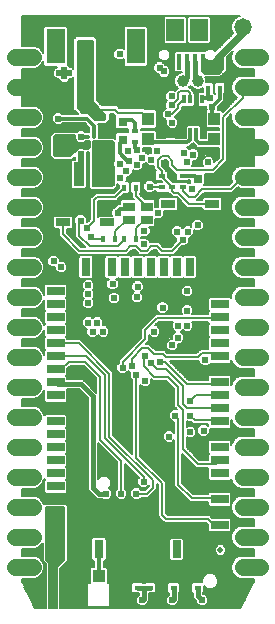
<source format=gtl>
G75*
%MOIN*%
%OFA0B0*%
%FSLAX25Y25*%
%IPPOS*%
%LPD*%
%AMOC8*
5,1,8,0,0,1.08239X$1,22.5*
%
%ADD10R,0.01575X0.05315*%
%ADD11R,0.05906X0.07480*%
%ADD12C,0.04331*%
%ADD13R,0.04921X0.02559*%
%ADD14R,0.03150X0.03150*%
%ADD15R,0.02400X0.01800*%
%ADD16C,0.05800*%
%ADD17R,0.04134X0.08661*%
%ADD18R,0.03937X0.04134*%
%ADD19R,0.01800X0.02400*%
%ADD20R,0.03150X0.05906*%
%ADD21R,0.05906X0.03150*%
%ADD22C,0.01969*%
%ADD23R,0.04331X0.04331*%
%ADD24R,0.03937X0.03150*%
%ADD25C,0.02781*%
%ADD26R,0.06299X0.11811*%
%ADD27R,0.03937X0.21654*%
%ADD28R,0.03543X0.07874*%
%ADD29R,0.04100X0.02800*%
%ADD30R,0.07402X0.06811*%
%ADD31R,0.01181X0.03150*%
%ADD32R,0.03937X0.04331*%
%ADD33C,0.01181*%
%ADD34C,0.03962*%
%ADD35C,0.05800*%
%ADD36C,0.01600*%
%ADD37C,0.02381*%
%ADD38C,0.01200*%
%ADD39C,0.00800*%
%ADD40C,0.00600*%
%ADD41C,0.01000*%
%ADD42C,0.01300*%
%ADD43C,0.02400*%
%ADD44C,0.02000*%
D10*
X0089045Y0187969D03*
X0091604Y0187969D03*
X0094163Y0187969D03*
X0096723Y0187969D03*
X0099282Y0187969D03*
D11*
X0098100Y0198500D03*
X0090226Y0198461D03*
D12*
X0083238Y0196335D02*
X0083238Y0200665D01*
X0105089Y0200665D02*
X0105089Y0196335D01*
D13*
X0102545Y0140551D03*
X0102545Y0134449D03*
X0087782Y0134449D03*
X0087782Y0140551D03*
X0067545Y0140551D03*
X0067545Y0134449D03*
X0052782Y0134449D03*
X0052782Y0140551D03*
D14*
X0072663Y0162047D03*
X0072663Y0167953D03*
X0097711Y0149000D03*
X0103616Y0149000D03*
D15*
X0092663Y0149900D03*
X0089163Y0149900D03*
X0085663Y0149900D03*
X0085663Y0146100D03*
X0089163Y0146100D03*
X0092663Y0146100D03*
X0099163Y0157100D03*
X0099163Y0160900D03*
X0088663Y0161100D03*
X0088663Y0164900D03*
X0076663Y0164900D03*
X0076663Y0161100D03*
X0077663Y0016400D03*
X0081663Y0016400D03*
X0089663Y0016400D03*
X0089663Y0012600D03*
X0081663Y0012600D03*
X0077663Y0012600D03*
X0097663Y0012600D03*
X0097663Y0016400D03*
D16*
X0112663Y0019500D02*
X0118463Y0019500D01*
X0118463Y0029500D02*
X0112663Y0029500D01*
X0112663Y0039500D02*
X0118463Y0039500D01*
X0118463Y0049500D02*
X0112663Y0049500D01*
X0112663Y0059500D02*
X0118463Y0059500D01*
X0118463Y0069500D02*
X0112663Y0069500D01*
X0112663Y0079500D02*
X0118463Y0079500D01*
X0118463Y0089500D02*
X0112663Y0089500D01*
X0112663Y0099500D02*
X0118463Y0099500D01*
X0118463Y0109500D02*
X0112663Y0109500D01*
X0112663Y0119500D02*
X0118463Y0119500D01*
X0118463Y0129500D02*
X0112663Y0129500D01*
X0112663Y0139500D02*
X0118463Y0139500D01*
X0118463Y0149500D02*
X0112663Y0149500D01*
X0112663Y0159500D02*
X0118463Y0159500D01*
X0118463Y0169500D02*
X0112663Y0169500D01*
X0112663Y0179500D02*
X0118463Y0179500D01*
X0118463Y0189500D02*
X0112663Y0189500D01*
X0042663Y0189500D02*
X0036863Y0189500D01*
X0036863Y0179500D02*
X0042663Y0179500D01*
X0042663Y0169500D02*
X0036863Y0169500D01*
X0036863Y0159500D02*
X0042663Y0159500D01*
X0042663Y0149500D02*
X0036863Y0149500D01*
X0036863Y0139500D02*
X0042663Y0139500D01*
X0042663Y0129500D02*
X0036863Y0129500D01*
X0036863Y0119500D02*
X0042663Y0119500D01*
X0042663Y0109500D02*
X0036863Y0109500D01*
X0036863Y0099500D02*
X0042663Y0099500D01*
X0042663Y0089500D02*
X0036863Y0089500D01*
X0036863Y0079500D02*
X0042663Y0079500D01*
X0042663Y0069500D02*
X0036863Y0069500D01*
X0036863Y0059500D02*
X0042663Y0059500D01*
X0042663Y0049500D02*
X0036863Y0049500D01*
X0036863Y0039500D02*
X0042663Y0039500D01*
X0042663Y0029500D02*
X0036863Y0029500D01*
X0036863Y0019500D02*
X0042663Y0019500D01*
D17*
X0058856Y0010500D03*
X0070471Y0010500D03*
D18*
X0064663Y0016514D03*
D19*
X0052563Y0018000D03*
X0048763Y0018000D03*
X0048763Y0014500D03*
X0048763Y0011000D03*
X0052563Y0011000D03*
X0052563Y0014500D03*
X0052563Y0007500D03*
X0048763Y0007500D03*
X0066263Y0129000D03*
X0070063Y0129000D03*
X0073263Y0129000D03*
X0077063Y0129000D03*
X0077063Y0146000D03*
X0073263Y0146000D03*
X0101263Y0179000D03*
X0105063Y0179000D03*
D20*
X0099317Y0119547D03*
X0094986Y0119547D03*
X0090656Y0119547D03*
X0086325Y0119547D03*
X0081994Y0119547D03*
X0077663Y0119547D03*
X0073333Y0119547D03*
X0069002Y0119547D03*
X0064671Y0119547D03*
X0060341Y0119547D03*
X0056010Y0119547D03*
X0056010Y0025453D03*
X0060341Y0025453D03*
X0064671Y0025453D03*
X0069002Y0025453D03*
X0073333Y0025453D03*
X0077663Y0025453D03*
X0081994Y0025453D03*
X0086325Y0025453D03*
X0090656Y0025453D03*
X0094986Y0025453D03*
X0099317Y0025453D03*
D21*
X0105026Y0029193D03*
X0105026Y0033524D03*
X0105026Y0037854D03*
X0105026Y0042185D03*
X0105026Y0046516D03*
X0105026Y0050846D03*
X0105026Y0055177D03*
X0105026Y0059508D03*
X0105026Y0063839D03*
X0105026Y0068169D03*
X0105026Y0072500D03*
X0105026Y0076831D03*
X0105026Y0081161D03*
X0105026Y0085492D03*
X0105026Y0089823D03*
X0105026Y0094154D03*
X0105026Y0098484D03*
X0105026Y0102815D03*
X0105026Y0107146D03*
X0105026Y0111476D03*
X0105026Y0115807D03*
X0050301Y0115807D03*
X0050301Y0111476D03*
X0050301Y0107146D03*
X0050301Y0102815D03*
X0050301Y0098484D03*
X0050301Y0094154D03*
X0050301Y0089823D03*
X0050301Y0085492D03*
X0050301Y0081161D03*
X0050301Y0076831D03*
X0050301Y0072500D03*
X0050301Y0068169D03*
X0050301Y0063839D03*
X0050301Y0059508D03*
X0050301Y0055177D03*
X0050301Y0050846D03*
X0050301Y0046516D03*
X0050301Y0042185D03*
X0050301Y0037854D03*
X0050301Y0033524D03*
X0050301Y0029193D03*
D22*
X0105223Y0025256D03*
D23*
X0098333Y0032146D03*
X0090065Y0032146D03*
X0081797Y0032146D03*
X0073530Y0032146D03*
X0065262Y0032146D03*
X0056994Y0032146D03*
X0056994Y0039232D03*
X0065262Y0039232D03*
X0073530Y0039232D03*
X0081797Y0039232D03*
X0090065Y0039232D03*
X0098333Y0039232D03*
X0098333Y0046319D03*
X0098333Y0060492D03*
X0056994Y0060492D03*
X0056994Y0046319D03*
X0056994Y0084508D03*
X0056994Y0098681D03*
X0056994Y0105768D03*
X0065262Y0105768D03*
X0073530Y0105768D03*
X0081797Y0105768D03*
X0090065Y0105768D03*
X0098333Y0105768D03*
X0098333Y0112854D03*
X0090065Y0112854D03*
X0081797Y0112854D03*
X0073530Y0112854D03*
X0065262Y0112854D03*
X0056994Y0112854D03*
X0098333Y0098681D03*
X0098333Y0084508D03*
D24*
X0080616Y0135335D03*
X0074711Y0135335D03*
X0074711Y0139665D03*
X0080616Y0139665D03*
D25*
X0081207Y0173957D03*
X0081207Y0177500D03*
X0077663Y0177500D03*
X0074120Y0177500D03*
X0074120Y0173957D03*
X0077663Y0173957D03*
X0077663Y0181043D03*
X0074120Y0181043D03*
X0081207Y0181043D03*
D26*
X0077049Y0193063D03*
X0050278Y0193063D03*
D27*
X0059726Y0184126D03*
X0067600Y0184126D03*
D28*
X0064313Y0150500D03*
X0058014Y0150500D03*
D29*
X0055163Y0160050D03*
X0055163Y0165950D03*
X0067663Y0165950D03*
X0067663Y0160050D03*
D30*
X0096163Y0170000D03*
D31*
X0095179Y0175512D03*
X0093211Y0175512D03*
X0097148Y0175512D03*
X0099116Y0175512D03*
X0099116Y0164488D03*
X0097148Y0164488D03*
X0095179Y0164488D03*
X0093211Y0164488D03*
D32*
X0103163Y0162154D03*
X0103163Y0168846D03*
X0081163Y0168846D03*
X0081163Y0162154D03*
D33*
X0063148Y0163000D03*
X0063148Y0164969D03*
X0061179Y0164969D03*
X0061179Y0163000D03*
X0061179Y0161031D03*
X0063148Y0161031D03*
D34*
X0092663Y0181500D03*
X0097663Y0181500D03*
D35*
X0112663Y0199500D03*
D36*
X0096723Y0187969D02*
X0096723Y0182441D01*
X0097663Y0181500D01*
X0094163Y0183000D02*
X0092663Y0181500D01*
X0094163Y0183000D02*
X0094163Y0187969D01*
X0099317Y0085492D02*
X0098333Y0084508D01*
X0099317Y0085492D02*
X0105026Y0085492D01*
X0062663Y0076500D02*
X0058663Y0080500D01*
X0050963Y0080500D01*
X0050301Y0081161D01*
X0062663Y0076500D02*
X0062663Y0046000D01*
X0064663Y0044000D01*
X0067163Y0044000D01*
X0098333Y0039232D02*
X0099711Y0037854D01*
X0105026Y0037854D01*
X0105026Y0029193D02*
X0104833Y0029000D01*
X0102663Y0029000D01*
X0099317Y0025654D01*
X0099317Y0025453D01*
X0097663Y0012600D02*
X0097663Y0010000D01*
X0099163Y0008500D01*
X0089663Y0009000D02*
X0089163Y0008500D01*
X0089663Y0009000D02*
X0089663Y0012600D01*
X0081663Y0012600D02*
X0079663Y0012600D01*
X0079663Y0009000D01*
X0079163Y0008500D01*
X0079663Y0012600D02*
X0077663Y0012600D01*
X0052563Y0011000D02*
X0052563Y0007500D01*
X0052563Y0011000D02*
X0052563Y0014500D01*
X0052563Y0018000D01*
D37*
X0055363Y0016000D03*
X0055363Y0013000D03*
X0060663Y0017000D03*
X0060663Y0020000D03*
X0056163Y0020000D03*
X0051163Y0023000D03*
X0050163Y0021500D03*
X0049163Y0023000D03*
X0050163Y0024500D03*
X0068663Y0020000D03*
X0076163Y0020000D03*
X0073863Y0016000D03*
X0073863Y0013000D03*
X0068663Y0017000D03*
X0082663Y0020000D03*
X0087163Y0020000D03*
X0093663Y0020000D03*
X0098663Y0020000D03*
X0104163Y0020000D03*
X0111163Y0014500D03*
X0111163Y0011500D03*
X0111163Y0007500D03*
X0099163Y0008500D03*
X0089163Y0008500D03*
X0079163Y0008500D03*
X0085663Y0016500D03*
X0093663Y0016500D03*
X0094163Y0032000D03*
X0085963Y0032000D03*
X0077663Y0030500D03*
X0094163Y0039000D03*
X0077163Y0044000D03*
X0072163Y0044000D03*
X0067163Y0044000D03*
X0061163Y0043000D03*
X0061163Y0039500D03*
X0045163Y0044500D03*
X0059163Y0056000D03*
X0066163Y0057000D03*
X0079663Y0048000D03*
X0087163Y0059500D03*
X0082663Y0061500D03*
X0088163Y0063000D03*
X0095163Y0064500D03*
X0099663Y0065000D03*
X0095163Y0070000D03*
X0090163Y0070000D03*
X0095163Y0075000D03*
X0087863Y0075700D03*
X0080163Y0081500D03*
X0077163Y0083500D03*
X0075663Y0086500D03*
X0072663Y0086000D03*
X0080163Y0090000D03*
X0082163Y0087500D03*
X0085163Y0088000D03*
X0084163Y0093000D03*
X0089163Y0093500D03*
X0091163Y0096000D03*
X0091163Y0100000D03*
X0094163Y0100000D03*
X0094163Y0105000D03*
X0085963Y0106000D03*
X0085863Y0109300D03*
X0077463Y0109500D03*
X0077663Y0113000D03*
X0069363Y0113900D03*
X0061163Y0113500D03*
X0061163Y0110500D03*
X0061163Y0107500D03*
X0069763Y0109200D03*
X0067163Y0101000D03*
X0064163Y0101000D03*
X0061163Y0101000D03*
X0062663Y0098000D03*
X0066163Y0098000D03*
X0066663Y0095000D03*
X0083163Y0098000D03*
X0100163Y0088500D03*
X0110663Y0084500D03*
X0073463Y0068400D03*
X0059163Y0074500D03*
X0060963Y0082400D03*
X0044663Y0094500D03*
X0044663Y0104500D03*
X0052163Y0119500D03*
X0049663Y0121500D03*
X0049363Y0124500D03*
X0062163Y0129500D03*
X0060663Y0132500D03*
X0058663Y0135000D03*
X0058663Y0138000D03*
X0070963Y0137600D03*
X0079863Y0131600D03*
X0079663Y0127200D03*
X0076163Y0124300D03*
X0083163Y0124300D03*
X0092663Y0128500D03*
X0094363Y0131300D03*
X0092663Y0134000D03*
X0090863Y0131300D03*
X0097663Y0133500D03*
X0084463Y0137500D03*
X0095663Y0145500D03*
X0081663Y0146300D03*
X0076763Y0150400D03*
X0077363Y0153500D03*
X0079163Y0156000D03*
X0077363Y0158400D03*
X0074363Y0158300D03*
X0074663Y0155000D03*
X0071663Y0154000D03*
X0073863Y0151700D03*
X0071863Y0149100D03*
X0068863Y0150000D03*
X0082163Y0155300D03*
X0081263Y0158200D03*
X0084263Y0158200D03*
X0086563Y0154100D03*
X0094163Y0154500D03*
X0096163Y0157000D03*
X0093163Y0157700D03*
X0101163Y0154500D03*
X0102163Y0158000D03*
X0089163Y0167700D03*
X0087863Y0170500D03*
X0088963Y0173500D03*
X0088963Y0176500D03*
X0101663Y0176000D03*
X0102463Y0173000D03*
X0108863Y0175600D03*
X0104663Y0185500D03*
X0102163Y0185500D03*
X0086463Y0184800D03*
X0084963Y0186000D03*
X0071663Y0190500D03*
X0054763Y0184200D03*
X0053163Y0185300D03*
X0051563Y0184200D03*
X0053163Y0183100D03*
X0064963Y0171100D03*
X0063863Y0169600D03*
X0066063Y0169600D03*
X0069163Y0169300D03*
X0058763Y0163000D03*
X0050863Y0162600D03*
X0050863Y0160000D03*
X0047663Y0165000D03*
X0047663Y0167500D03*
X0051163Y0169000D03*
X0058763Y0157100D03*
X0065963Y0156700D03*
X0068963Y0156700D03*
X0110663Y0114500D03*
X0094163Y0111500D03*
X0110663Y0064500D03*
X0099163Y0056500D03*
X0099163Y0051500D03*
X0045663Y0014500D03*
X0045663Y0011000D03*
X0045663Y0007500D03*
X0055363Y0007000D03*
X0055363Y0010000D03*
D38*
X0070963Y0137600D02*
X0070963Y0138300D01*
X0071663Y0139000D01*
X0074045Y0139000D01*
X0074711Y0139665D01*
X0092663Y0149900D02*
X0096811Y0149900D01*
X0097711Y0149000D01*
X0077363Y0158400D02*
X0076663Y0159100D01*
X0076663Y0161100D01*
X0076663Y0164900D02*
X0076663Y0167500D01*
X0075663Y0168500D01*
X0073211Y0168500D01*
X0072663Y0167953D01*
X0072663Y0162047D02*
X0071663Y0161047D01*
X0071663Y0157500D01*
X0074163Y0155000D01*
X0074663Y0155000D01*
X0081163Y0162154D02*
X0082217Y0161100D01*
X0088663Y0161100D01*
X0094263Y0161100D01*
X0095179Y0162016D01*
X0095179Y0164488D01*
X0097148Y0164488D02*
X0097148Y0162016D01*
X0098163Y0161000D01*
X0099063Y0161000D01*
X0099163Y0160900D01*
X0101910Y0160900D01*
X0103163Y0162154D01*
X0103163Y0168846D02*
X0102463Y0169546D01*
X0102463Y0173000D01*
X0105063Y0175600D01*
X0105063Y0179000D01*
X0101263Y0179000D02*
X0101263Y0176400D01*
X0101663Y0176000D01*
X0099116Y0176000D01*
X0099116Y0175512D01*
D39*
X0095179Y0175512D02*
X0095163Y0175528D01*
X0095163Y0177500D01*
X0094463Y0178200D01*
X0091863Y0178200D01*
X0091163Y0177500D01*
X0091163Y0175600D01*
X0089063Y0173500D01*
X0088963Y0173500D01*
X0091263Y0173700D02*
X0091263Y0172500D01*
X0089263Y0170500D01*
X0087863Y0170500D01*
X0081163Y0168846D02*
X0079010Y0171000D01*
X0071163Y0171000D01*
X0070263Y0171900D01*
X0065763Y0171900D01*
X0064963Y0171100D01*
X0084363Y0155100D02*
X0085763Y0156500D01*
X0087663Y0156500D01*
X0089163Y0155000D01*
X0089163Y0153500D01*
X0090663Y0152000D01*
X0102663Y0152000D01*
X0106163Y0155500D01*
X0106163Y0169500D01*
X0112663Y0176000D01*
X0112663Y0179500D01*
X0093211Y0175512D02*
X0093075Y0175512D01*
X0091263Y0173700D01*
X0084363Y0155100D02*
X0084363Y0152800D01*
X0085663Y0151500D01*
X0085663Y0149900D01*
X0085663Y0149600D01*
X0085863Y0149600D01*
X0089163Y0146300D01*
X0089163Y0146100D01*
X0089163Y0144800D01*
X0089863Y0144100D01*
X0091163Y0144100D01*
X0094712Y0140551D01*
X0102545Y0140551D01*
X0099163Y0145500D02*
X0096663Y0143000D01*
X0094663Y0143000D01*
X0092663Y0145000D01*
X0092663Y0146100D01*
X0085663Y0146100D02*
X0085463Y0146300D01*
X0081663Y0146300D01*
X0077063Y0146000D02*
X0077063Y0143218D01*
X0080616Y0139665D01*
X0080616Y0135335D02*
X0079998Y0135335D01*
X0077063Y0132400D01*
X0077063Y0129000D01*
X0077163Y0126500D02*
X0075163Y0126500D01*
X0073663Y0125000D01*
X0058163Y0125000D01*
X0052782Y0130382D01*
X0052782Y0134449D01*
X0058163Y0134500D02*
X0058663Y0135000D01*
X0058163Y0134500D02*
X0058163Y0130000D01*
X0061663Y0126500D01*
X0071163Y0126500D01*
X0073263Y0128600D01*
X0073263Y0129000D01*
X0070063Y0129000D02*
X0070063Y0131400D01*
X0073998Y0135335D01*
X0074711Y0135335D01*
X0063163Y0135000D02*
X0060663Y0132500D01*
X0062163Y0129500D02*
X0062663Y0129000D01*
X0066263Y0129000D01*
X0063163Y0135000D02*
X0063163Y0142000D01*
X0064163Y0143000D01*
X0070263Y0143000D01*
X0073263Y0146000D01*
X0099163Y0145500D02*
X0108663Y0145500D01*
X0112663Y0149500D01*
X0092663Y0128500D02*
X0089163Y0125000D01*
X0085663Y0125000D01*
X0084163Y0126500D01*
X0082163Y0126500D01*
X0080663Y0125000D01*
X0078663Y0125000D01*
X0077163Y0126500D01*
X0084163Y0102500D02*
X0080163Y0098500D01*
X0080163Y0095500D01*
X0072663Y0088000D01*
X0072663Y0086000D01*
X0075663Y0086500D02*
X0075663Y0089000D01*
X0079163Y0092500D01*
X0081163Y0092500D01*
X0083163Y0090500D01*
X0086163Y0090500D01*
X0087163Y0089500D01*
X0097663Y0089500D01*
X0099163Y0091000D01*
X0103849Y0091000D01*
X0105026Y0089823D01*
X0105026Y0081161D02*
X0104364Y0080500D01*
X0094163Y0080500D01*
X0086663Y0088000D01*
X0085163Y0088000D01*
X0084163Y0085500D02*
X0082163Y0087500D01*
X0079663Y0086500D02*
X0079663Y0089500D01*
X0080163Y0090000D01*
X0079663Y0086500D02*
X0083163Y0083000D01*
X0087663Y0083000D01*
X0091163Y0079500D01*
X0091163Y0073500D01*
X0092663Y0072000D01*
X0092663Y0059000D01*
X0097663Y0054000D01*
X0103849Y0054000D01*
X0105026Y0055177D01*
X0095663Y0042500D02*
X0091163Y0047000D01*
X0091163Y0069000D01*
X0090163Y0070000D01*
X0094163Y0072500D02*
X0092663Y0074000D01*
X0092663Y0080000D01*
X0087163Y0085500D01*
X0084163Y0085500D01*
X0077163Y0083500D02*
X0077163Y0056000D01*
X0085663Y0047500D01*
X0085663Y0037000D01*
X0087163Y0035500D01*
X0101163Y0035500D01*
X0103140Y0033524D01*
X0105026Y0033524D01*
X0105026Y0042185D02*
X0104711Y0042500D01*
X0095663Y0042500D01*
X0082663Y0046000D02*
X0082663Y0048500D01*
X0068163Y0063000D01*
X0068163Y0084000D01*
X0058010Y0094154D01*
X0050301Y0094154D01*
X0050301Y0089823D02*
X0060341Y0089823D01*
X0066663Y0083500D01*
X0066663Y0062500D01*
X0079663Y0049500D01*
X0079663Y0048000D01*
X0082663Y0046000D02*
X0080663Y0044000D01*
X0077163Y0044000D01*
X0072163Y0044000D02*
X0072163Y0055000D01*
X0065163Y0062000D01*
X0065163Y0083000D01*
X0060163Y0088000D01*
X0054663Y0088000D01*
X0052156Y0085492D01*
X0050301Y0085492D01*
X0084163Y0102500D02*
X0104711Y0102500D01*
X0105026Y0102815D01*
X0105026Y0076831D02*
X0096994Y0076831D01*
X0095163Y0075000D01*
X0094163Y0072500D02*
X0105026Y0072500D01*
X0104695Y0068500D02*
X0096663Y0068500D01*
X0095163Y0070000D01*
X0104695Y0068500D02*
X0105026Y0068169D01*
D40*
X0038963Y0015700D02*
X0038963Y0014807D01*
X0043467Y0005800D01*
X0046963Y0005800D01*
X0046963Y0020503D01*
X0046666Y0020800D01*
X0045963Y0021503D01*
X0045963Y0027537D01*
X0045885Y0027347D01*
X0044816Y0026279D01*
X0043419Y0025700D01*
X0038963Y0025700D01*
X0038963Y0023300D01*
X0043419Y0023300D01*
X0044816Y0022721D01*
X0045885Y0021653D01*
X0046463Y0020256D01*
X0046463Y0018744D01*
X0045885Y0017347D01*
X0044816Y0016279D01*
X0043419Y0015700D01*
X0038963Y0015700D01*
X0038963Y0015273D02*
X0046963Y0015273D01*
X0046963Y0014675D02*
X0039030Y0014675D01*
X0039329Y0014076D02*
X0046963Y0014076D01*
X0046963Y0013478D02*
X0039628Y0013478D01*
X0039927Y0012879D02*
X0046963Y0012879D01*
X0046963Y0012281D02*
X0040227Y0012281D01*
X0040526Y0011682D02*
X0046963Y0011682D01*
X0046963Y0011084D02*
X0040825Y0011084D01*
X0041124Y0010485D02*
X0046963Y0010485D01*
X0046963Y0009887D02*
X0041424Y0009887D01*
X0041723Y0009288D02*
X0046963Y0009288D01*
X0046963Y0008690D02*
X0042022Y0008690D01*
X0042321Y0008091D02*
X0046963Y0008091D01*
X0046963Y0007493D02*
X0042621Y0007493D01*
X0042920Y0006894D02*
X0046963Y0006894D01*
X0046963Y0006296D02*
X0043219Y0006296D01*
X0048163Y0006296D02*
X0050663Y0006296D01*
X0050663Y0005800D02*
X0048163Y0005800D01*
X0048163Y0021000D01*
X0047163Y0022000D01*
X0047163Y0039500D01*
X0053163Y0039500D01*
X0053163Y0022000D01*
X0050663Y0019500D01*
X0050663Y0005800D01*
X0050663Y0006894D02*
X0048163Y0006894D01*
X0048163Y0007493D02*
X0050663Y0007493D01*
X0050663Y0008091D02*
X0048163Y0008091D01*
X0048163Y0008690D02*
X0050663Y0008690D01*
X0050663Y0009288D02*
X0048163Y0009288D01*
X0048163Y0009887D02*
X0050663Y0009887D01*
X0050663Y0010485D02*
X0048163Y0010485D01*
X0048163Y0011084D02*
X0050663Y0011084D01*
X0050663Y0011682D02*
X0048163Y0011682D01*
X0048163Y0012281D02*
X0050663Y0012281D01*
X0050663Y0012879D02*
X0048163Y0012879D01*
X0048163Y0013478D02*
X0050663Y0013478D01*
X0050663Y0014076D02*
X0048163Y0014076D01*
X0048163Y0014675D02*
X0050663Y0014675D01*
X0050663Y0015273D02*
X0048163Y0015273D01*
X0048163Y0015872D02*
X0050663Y0015872D01*
X0050663Y0016470D02*
X0048163Y0016470D01*
X0048163Y0017069D02*
X0050663Y0017069D01*
X0050663Y0017667D02*
X0048163Y0017667D01*
X0048163Y0018266D02*
X0050663Y0018266D01*
X0050663Y0018864D02*
X0048163Y0018864D01*
X0048163Y0019463D02*
X0050663Y0019463D01*
X0051225Y0020061D02*
X0048163Y0020061D01*
X0048163Y0020660D02*
X0051823Y0020660D01*
X0052422Y0021258D02*
X0047905Y0021258D01*
X0047307Y0021857D02*
X0053020Y0021857D01*
X0053163Y0022455D02*
X0047163Y0022455D01*
X0047163Y0023054D02*
X0053163Y0023054D01*
X0053163Y0023652D02*
X0047163Y0023652D01*
X0047163Y0024251D02*
X0053163Y0024251D01*
X0053163Y0024849D02*
X0047163Y0024849D01*
X0047163Y0025448D02*
X0053163Y0025448D01*
X0053163Y0026046D02*
X0047163Y0026046D01*
X0047163Y0026645D02*
X0053163Y0026645D01*
X0053163Y0027243D02*
X0047163Y0027243D01*
X0047163Y0027842D02*
X0053163Y0027842D01*
X0053163Y0028440D02*
X0047163Y0028440D01*
X0047163Y0029039D02*
X0053163Y0029039D01*
X0053163Y0029637D02*
X0047163Y0029637D01*
X0047163Y0030236D02*
X0053163Y0030236D01*
X0053163Y0030834D02*
X0047163Y0030834D01*
X0047163Y0031433D02*
X0053163Y0031433D01*
X0053163Y0032032D02*
X0047163Y0032032D01*
X0047163Y0032630D02*
X0053163Y0032630D01*
X0053163Y0033229D02*
X0047163Y0033229D01*
X0047163Y0033827D02*
X0053163Y0033827D01*
X0053163Y0034426D02*
X0047163Y0034426D01*
X0047163Y0035024D02*
X0053163Y0035024D01*
X0053163Y0035623D02*
X0047163Y0035623D01*
X0047163Y0036221D02*
X0053163Y0036221D01*
X0053163Y0036820D02*
X0047163Y0036820D01*
X0047163Y0037418D02*
X0053163Y0037418D01*
X0053163Y0038017D02*
X0047163Y0038017D01*
X0047163Y0038615D02*
X0053163Y0038615D01*
X0053163Y0039214D02*
X0047163Y0039214D01*
X0046393Y0040426D02*
X0045885Y0041653D01*
X0044816Y0042721D01*
X0043419Y0043300D01*
X0038963Y0043300D01*
X0038963Y0045700D01*
X0043419Y0045700D01*
X0044816Y0046279D01*
X0045885Y0047347D01*
X0046463Y0048744D01*
X0046463Y0048884D01*
X0046666Y0048681D01*
X0046449Y0048463D01*
X0046449Y0044568D01*
X0046976Y0044041D01*
X0053627Y0044041D01*
X0054154Y0044568D01*
X0054154Y0048463D01*
X0053936Y0048681D01*
X0054154Y0048899D01*
X0054154Y0052794D01*
X0053936Y0053012D01*
X0054154Y0053230D01*
X0054154Y0057125D01*
X0053936Y0057343D01*
X0054154Y0057560D01*
X0054154Y0061455D01*
X0053936Y0061673D01*
X0054154Y0061891D01*
X0054154Y0065786D01*
X0053936Y0066004D01*
X0054154Y0066222D01*
X0054154Y0070117D01*
X0053627Y0070644D01*
X0046976Y0070644D01*
X0046463Y0070132D01*
X0046463Y0070256D01*
X0045885Y0071653D01*
X0044816Y0072721D01*
X0043419Y0073300D01*
X0038963Y0073300D01*
X0038963Y0075700D01*
X0043419Y0075700D01*
X0044816Y0076279D01*
X0045885Y0077347D01*
X0046449Y0078708D01*
X0046449Y0074883D01*
X0046976Y0074356D01*
X0053627Y0074356D01*
X0054154Y0074883D01*
X0054154Y0078778D01*
X0054132Y0078800D01*
X0057959Y0078800D01*
X0060963Y0075796D01*
X0060963Y0045296D01*
X0062963Y0043296D01*
X0063959Y0042300D01*
X0065907Y0042300D01*
X0066298Y0041909D01*
X0068029Y0041909D01*
X0069254Y0043134D01*
X0069254Y0044866D01*
X0068080Y0046040D01*
X0068634Y0046595D01*
X0068634Y0048482D01*
X0067300Y0049817D01*
X0065413Y0049817D01*
X0064363Y0048767D01*
X0064363Y0060962D01*
X0070863Y0054462D01*
X0070863Y0045656D01*
X0070073Y0044866D01*
X0070073Y0043134D01*
X0071298Y0041909D01*
X0073029Y0041909D01*
X0074254Y0043134D01*
X0074254Y0044866D01*
X0073463Y0045656D01*
X0073463Y0053862D01*
X0078016Y0049309D01*
X0077573Y0048866D01*
X0077573Y0047134D01*
X0078798Y0045909D01*
X0080529Y0045909D01*
X0081363Y0046744D01*
X0081363Y0046538D01*
X0080125Y0045300D01*
X0078820Y0045300D01*
X0078029Y0046091D01*
X0076298Y0046091D01*
X0075073Y0044866D01*
X0075073Y0043134D01*
X0076298Y0041909D01*
X0078029Y0041909D01*
X0078820Y0042700D01*
X0081202Y0042700D01*
X0081963Y0043462D01*
X0083202Y0044700D01*
X0083963Y0045462D01*
X0083963Y0047362D01*
X0084363Y0046962D01*
X0084363Y0036462D01*
X0085125Y0035700D01*
X0086625Y0034200D01*
X0100625Y0034200D01*
X0101173Y0033652D01*
X0101173Y0031576D01*
X0101700Y0031049D01*
X0108351Y0031049D01*
X0108878Y0031576D01*
X0108878Y0035471D01*
X0108351Y0035998D01*
X0102504Y0035998D01*
X0101702Y0036800D01*
X0087702Y0036800D01*
X0086963Y0037538D01*
X0086963Y0048038D01*
X0078463Y0056538D01*
X0078463Y0080244D01*
X0079298Y0079409D01*
X0081029Y0079409D01*
X0082254Y0080634D01*
X0082254Y0082071D01*
X0082625Y0081700D01*
X0087125Y0081700D01*
X0089863Y0078962D01*
X0089863Y0072962D01*
X0090625Y0072200D01*
X0090734Y0072091D01*
X0089298Y0072091D01*
X0088073Y0070866D01*
X0088073Y0069134D01*
X0089298Y0067909D01*
X0089863Y0067909D01*
X0089863Y0064256D01*
X0089029Y0065091D01*
X0087298Y0065091D01*
X0086073Y0063866D01*
X0086073Y0062134D01*
X0087298Y0060909D01*
X0089029Y0060909D01*
X0089863Y0061744D01*
X0089863Y0046462D01*
X0090625Y0045700D01*
X0095125Y0041200D01*
X0101173Y0041200D01*
X0101173Y0040237D01*
X0101700Y0039710D01*
X0108351Y0039710D01*
X0108863Y0040223D01*
X0108863Y0038744D01*
X0109442Y0037347D01*
X0110511Y0036279D01*
X0111908Y0035700D01*
X0116363Y0035700D01*
X0116363Y0033300D01*
X0111908Y0033300D01*
X0110511Y0032721D01*
X0109442Y0031653D01*
X0108863Y0030256D01*
X0108863Y0028744D01*
X0109442Y0027347D01*
X0110511Y0026279D01*
X0111908Y0025700D01*
X0116363Y0025700D01*
X0116363Y0023300D01*
X0111908Y0023300D01*
X0110511Y0022721D01*
X0109442Y0021653D01*
X0108863Y0020256D01*
X0108863Y0018744D01*
X0109442Y0017347D01*
X0110511Y0016279D01*
X0111908Y0015700D01*
X0116363Y0015700D01*
X0116363Y0014807D01*
X0111860Y0005800D01*
X0051863Y0005800D01*
X0051863Y0019003D01*
X0054363Y0021503D01*
X0054363Y0039997D01*
X0053661Y0040700D01*
X0046666Y0040700D01*
X0046393Y0040426D01*
X0046151Y0041009D02*
X0084363Y0041009D01*
X0084363Y0040411D02*
X0053950Y0040411D01*
X0054363Y0039812D02*
X0084363Y0039812D01*
X0084363Y0039214D02*
X0054363Y0039214D01*
X0054363Y0038615D02*
X0084363Y0038615D01*
X0084363Y0038017D02*
X0054363Y0038017D01*
X0054363Y0037418D02*
X0084363Y0037418D01*
X0084363Y0036820D02*
X0054363Y0036820D01*
X0054363Y0036221D02*
X0084604Y0036221D01*
X0085125Y0035700D02*
X0085125Y0035700D01*
X0085202Y0035623D02*
X0054363Y0035623D01*
X0054363Y0035024D02*
X0085801Y0035024D01*
X0086399Y0034426D02*
X0054363Y0034426D01*
X0054363Y0033827D02*
X0100998Y0033827D01*
X0101173Y0033229D02*
X0054363Y0033229D01*
X0054363Y0032630D02*
X0101173Y0032630D01*
X0101173Y0032032D02*
X0054363Y0032032D01*
X0054363Y0031433D02*
X0101316Y0031433D01*
X0102281Y0036221D02*
X0110650Y0036221D01*
X0109970Y0036820D02*
X0087682Y0036820D01*
X0087084Y0037418D02*
X0109413Y0037418D01*
X0109165Y0038017D02*
X0086963Y0038017D01*
X0086963Y0038615D02*
X0108917Y0038615D01*
X0108863Y0039214D02*
X0086963Y0039214D01*
X0086963Y0039812D02*
X0101598Y0039812D01*
X0101173Y0040411D02*
X0086963Y0040411D01*
X0086963Y0041009D02*
X0101173Y0041009D01*
X0101173Y0043800D02*
X0096202Y0043800D01*
X0092463Y0047538D01*
X0092463Y0057362D01*
X0097125Y0052700D01*
X0101173Y0052700D01*
X0101173Y0048899D01*
X0101700Y0048372D01*
X0108351Y0048372D01*
X0108863Y0048884D01*
X0108863Y0048744D01*
X0109442Y0047347D01*
X0110511Y0046279D01*
X0111908Y0045700D01*
X0116363Y0045700D01*
X0116363Y0043300D01*
X0111908Y0043300D01*
X0110511Y0042721D01*
X0109442Y0041653D01*
X0108878Y0040292D01*
X0108878Y0044133D01*
X0108351Y0044660D01*
X0101700Y0044660D01*
X0101173Y0044133D01*
X0101173Y0043800D01*
X0101173Y0044002D02*
X0096000Y0044002D01*
X0095402Y0044600D02*
X0101641Y0044600D01*
X0094803Y0045199D02*
X0116363Y0045199D01*
X0116363Y0044600D02*
X0108411Y0044600D01*
X0108878Y0044002D02*
X0116363Y0044002D01*
X0116363Y0043403D02*
X0108878Y0043403D01*
X0108878Y0042805D02*
X0110712Y0042805D01*
X0109996Y0042206D02*
X0108878Y0042206D01*
X0108878Y0041608D02*
X0109423Y0041608D01*
X0109176Y0041009D02*
X0108878Y0041009D01*
X0108878Y0040411D02*
X0108928Y0040411D01*
X0108863Y0039812D02*
X0108453Y0039812D01*
X0108727Y0035623D02*
X0116363Y0035623D01*
X0116363Y0035024D02*
X0108878Y0035024D01*
X0108878Y0034426D02*
X0116363Y0034426D01*
X0116363Y0033827D02*
X0108878Y0033827D01*
X0108878Y0033229D02*
X0111735Y0033229D01*
X0110420Y0032630D02*
X0108878Y0032630D01*
X0108878Y0032032D02*
X0109821Y0032032D01*
X0109351Y0031433D02*
X0108735Y0031433D01*
X0109103Y0030834D02*
X0054363Y0030834D01*
X0054363Y0030236D02*
X0108863Y0030236D01*
X0108863Y0029637D02*
X0054363Y0029637D01*
X0054363Y0029039D02*
X0062245Y0029039D01*
X0062047Y0028840D02*
X0062662Y0029455D01*
X0066681Y0029455D01*
X0067296Y0028840D01*
X0067296Y0022065D01*
X0066681Y0021450D01*
X0066371Y0021450D01*
X0066371Y0019631D01*
X0067067Y0019631D01*
X0067682Y0019016D01*
X0067682Y0014300D01*
X0068288Y0014300D01*
X0068463Y0014124D01*
X0068463Y0006376D01*
X0068288Y0006200D01*
X0061039Y0006200D01*
X0060863Y0006376D01*
X0060863Y0014124D01*
X0061039Y0014300D01*
X0061645Y0014300D01*
X0061645Y0019016D01*
X0062260Y0019631D01*
X0062971Y0019631D01*
X0062971Y0021450D01*
X0062662Y0021450D01*
X0062047Y0022065D01*
X0062047Y0028840D01*
X0062047Y0028440D02*
X0054363Y0028440D01*
X0054363Y0027842D02*
X0062047Y0027842D01*
X0062047Y0027243D02*
X0054363Y0027243D01*
X0054363Y0026645D02*
X0062047Y0026645D01*
X0062047Y0026046D02*
X0054363Y0026046D01*
X0054363Y0025448D02*
X0062047Y0025448D01*
X0062047Y0024849D02*
X0054363Y0024849D01*
X0054363Y0024251D02*
X0062047Y0024251D01*
X0062047Y0023652D02*
X0054363Y0023652D01*
X0054363Y0023054D02*
X0062047Y0023054D01*
X0062047Y0022455D02*
X0054363Y0022455D01*
X0054363Y0021857D02*
X0062255Y0021857D01*
X0062971Y0021258D02*
X0054119Y0021258D01*
X0053520Y0020660D02*
X0062971Y0020660D01*
X0062971Y0020061D02*
X0052922Y0020061D01*
X0052323Y0019463D02*
X0062092Y0019463D01*
X0061645Y0018864D02*
X0051863Y0018864D01*
X0051863Y0018266D02*
X0061645Y0018266D01*
X0061645Y0017667D02*
X0051863Y0017667D01*
X0051863Y0017069D02*
X0061645Y0017069D01*
X0061645Y0016470D02*
X0051863Y0016470D01*
X0051863Y0015872D02*
X0061645Y0015872D01*
X0061645Y0015273D02*
X0051863Y0015273D01*
X0051863Y0014675D02*
X0061645Y0014675D01*
X0060863Y0014076D02*
X0051863Y0014076D01*
X0051863Y0013478D02*
X0060863Y0013478D01*
X0060863Y0012879D02*
X0051863Y0012879D01*
X0051863Y0012281D02*
X0060863Y0012281D01*
X0060863Y0011682D02*
X0051863Y0011682D01*
X0051863Y0011084D02*
X0060863Y0011084D01*
X0060863Y0010485D02*
X0051863Y0010485D01*
X0051863Y0009887D02*
X0060863Y0009887D01*
X0060863Y0009288D02*
X0051863Y0009288D01*
X0051863Y0008690D02*
X0060863Y0008690D01*
X0060863Y0008091D02*
X0051863Y0008091D01*
X0051863Y0007493D02*
X0060863Y0007493D01*
X0060863Y0006894D02*
X0051863Y0006894D01*
X0051863Y0006296D02*
X0060944Y0006296D01*
X0068383Y0006296D02*
X0112108Y0006296D01*
X0112407Y0006894D02*
X0100514Y0006894D01*
X0100029Y0006409D02*
X0101254Y0007634D01*
X0101254Y0009366D01*
X0100029Y0010591D01*
X0099477Y0010591D01*
X0099363Y0010704D01*
X0099363Y0010927D01*
X0099763Y0011327D01*
X0099763Y0013109D01*
X0100276Y0012596D01*
X0101258Y0012190D01*
X0102321Y0012190D01*
X0103303Y0012596D01*
X0104054Y0013348D01*
X0104461Y0014330D01*
X0104461Y0015393D01*
X0104054Y0016375D01*
X0103303Y0017126D01*
X0102321Y0017533D01*
X0101258Y0017533D01*
X0100276Y0017126D01*
X0099525Y0016375D01*
X0099118Y0015393D01*
X0099118Y0014400D01*
X0096091Y0014400D01*
X0095563Y0013873D01*
X0095563Y0011327D01*
X0095963Y0010927D01*
X0095963Y0009296D01*
X0096959Y0008300D01*
X0097073Y0008186D01*
X0097073Y0007634D01*
X0098298Y0006409D01*
X0100029Y0006409D01*
X0101113Y0007493D02*
X0112706Y0007493D01*
X0113006Y0008091D02*
X0101254Y0008091D01*
X0101254Y0008690D02*
X0113305Y0008690D01*
X0113604Y0009288D02*
X0101254Y0009288D01*
X0100733Y0009887D02*
X0113903Y0009887D01*
X0114203Y0010485D02*
X0100135Y0010485D01*
X0099520Y0011084D02*
X0114502Y0011084D01*
X0114801Y0011682D02*
X0099763Y0011682D01*
X0099763Y0012281D02*
X0101039Y0012281D01*
X0099993Y0012879D02*
X0099763Y0012879D01*
X0099118Y0014675D02*
X0067682Y0014675D01*
X0067682Y0015273D02*
X0099118Y0015273D01*
X0099316Y0015872D02*
X0067682Y0015872D01*
X0067682Y0016470D02*
X0099620Y0016470D01*
X0100218Y0017069D02*
X0067682Y0017069D01*
X0067682Y0017667D02*
X0109310Y0017667D01*
X0109062Y0018266D02*
X0067682Y0018266D01*
X0067682Y0018864D02*
X0108863Y0018864D01*
X0108863Y0019463D02*
X0067235Y0019463D01*
X0066371Y0020061D02*
X0108863Y0020061D01*
X0109031Y0020660D02*
X0066371Y0020660D01*
X0066371Y0021258D02*
X0109279Y0021258D01*
X0109646Y0021857D02*
X0092860Y0021857D01*
X0092603Y0021600D02*
X0093130Y0022127D01*
X0093130Y0028778D01*
X0092603Y0029305D01*
X0088708Y0029305D01*
X0088181Y0028778D01*
X0088181Y0022127D01*
X0088708Y0021600D01*
X0092603Y0021600D01*
X0093130Y0022455D02*
X0110245Y0022455D01*
X0111313Y0023054D02*
X0093130Y0023054D01*
X0093130Y0023652D02*
X0104161Y0023652D01*
X0104442Y0023372D02*
X0106003Y0023372D01*
X0107107Y0024475D01*
X0107107Y0026036D01*
X0106003Y0027140D01*
X0104442Y0027140D01*
X0103338Y0026036D01*
X0103338Y0024475D01*
X0104442Y0023372D01*
X0103563Y0024251D02*
X0093130Y0024251D01*
X0093130Y0024849D02*
X0103338Y0024849D01*
X0103338Y0025448D02*
X0093130Y0025448D01*
X0093130Y0026046D02*
X0103348Y0026046D01*
X0103947Y0026645D02*
X0093130Y0026645D01*
X0093130Y0027243D02*
X0109546Y0027243D01*
X0109237Y0027842D02*
X0093130Y0027842D01*
X0093130Y0028440D02*
X0108989Y0028440D01*
X0108863Y0029039D02*
X0092870Y0029039D01*
X0088441Y0029039D02*
X0067098Y0029039D01*
X0067296Y0028440D02*
X0088181Y0028440D01*
X0088181Y0027842D02*
X0067296Y0027842D01*
X0067296Y0027243D02*
X0088181Y0027243D01*
X0088181Y0026645D02*
X0067296Y0026645D01*
X0067296Y0026046D02*
X0088181Y0026046D01*
X0088181Y0025448D02*
X0067296Y0025448D01*
X0067296Y0024849D02*
X0088181Y0024849D01*
X0088181Y0024251D02*
X0067296Y0024251D01*
X0067296Y0023652D02*
X0088181Y0023652D01*
X0088181Y0023054D02*
X0067296Y0023054D01*
X0067296Y0022455D02*
X0088181Y0022455D01*
X0088451Y0021857D02*
X0067088Y0021857D01*
X0068463Y0014076D02*
X0075767Y0014076D01*
X0075563Y0013873D02*
X0075563Y0011327D01*
X0076091Y0010800D01*
X0077963Y0010800D01*
X0077963Y0010256D01*
X0077073Y0009366D01*
X0077073Y0007634D01*
X0078298Y0006409D01*
X0080029Y0006409D01*
X0081254Y0007634D01*
X0081254Y0008186D01*
X0081363Y0008296D01*
X0081363Y0010800D01*
X0083236Y0010800D01*
X0083763Y0011327D01*
X0083763Y0013873D01*
X0083236Y0014400D01*
X0080091Y0014400D01*
X0079991Y0014300D01*
X0079336Y0014300D01*
X0079236Y0014400D01*
X0076091Y0014400D01*
X0075563Y0013873D01*
X0075563Y0013478D02*
X0068463Y0013478D01*
X0068463Y0012879D02*
X0075563Y0012879D01*
X0075563Y0012281D02*
X0068463Y0012281D01*
X0068463Y0011682D02*
X0075563Y0011682D01*
X0075807Y0011084D02*
X0068463Y0011084D01*
X0068463Y0010485D02*
X0077963Y0010485D01*
X0077594Y0009887D02*
X0068463Y0009887D01*
X0068463Y0009288D02*
X0077073Y0009288D01*
X0077073Y0008690D02*
X0068463Y0008690D01*
X0068463Y0008091D02*
X0077073Y0008091D01*
X0077214Y0007493D02*
X0068463Y0007493D01*
X0068463Y0006894D02*
X0077813Y0006894D01*
X0080514Y0006894D02*
X0087813Y0006894D01*
X0088298Y0006409D02*
X0087073Y0007634D01*
X0087073Y0009366D01*
X0087963Y0010256D01*
X0087963Y0010927D01*
X0087563Y0011327D01*
X0087563Y0013873D01*
X0088091Y0014400D01*
X0091236Y0014400D01*
X0091763Y0013873D01*
X0091763Y0011327D01*
X0091363Y0010927D01*
X0091363Y0008296D01*
X0091254Y0008186D01*
X0091254Y0007634D01*
X0090029Y0006409D01*
X0088298Y0006409D01*
X0087214Y0007493D02*
X0081113Y0007493D01*
X0081254Y0008091D02*
X0087073Y0008091D01*
X0087073Y0008690D02*
X0081363Y0008690D01*
X0081363Y0009288D02*
X0087073Y0009288D01*
X0087594Y0009887D02*
X0081363Y0009887D01*
X0081363Y0010485D02*
X0087963Y0010485D01*
X0087807Y0011084D02*
X0083520Y0011084D01*
X0083763Y0011682D02*
X0087563Y0011682D01*
X0087563Y0012281D02*
X0083763Y0012281D01*
X0083763Y0012879D02*
X0087563Y0012879D01*
X0087563Y0013478D02*
X0083763Y0013478D01*
X0083560Y0014076D02*
X0087767Y0014076D01*
X0091560Y0014076D02*
X0095767Y0014076D01*
X0095563Y0013478D02*
X0091763Y0013478D01*
X0091763Y0012879D02*
X0095563Y0012879D01*
X0095563Y0012281D02*
X0091763Y0012281D01*
X0091763Y0011682D02*
X0095563Y0011682D01*
X0095807Y0011084D02*
X0091520Y0011084D01*
X0091363Y0010485D02*
X0095963Y0010485D01*
X0095963Y0009887D02*
X0091363Y0009887D01*
X0091363Y0009288D02*
X0095971Y0009288D01*
X0096570Y0008690D02*
X0091363Y0008690D01*
X0091254Y0008091D02*
X0097073Y0008091D01*
X0097214Y0007493D02*
X0091113Y0007493D01*
X0090514Y0006894D02*
X0097813Y0006894D01*
X0102540Y0012281D02*
X0115100Y0012281D01*
X0115400Y0012879D02*
X0103585Y0012879D01*
X0104108Y0013478D02*
X0115699Y0013478D01*
X0115998Y0014076D02*
X0104356Y0014076D01*
X0104461Y0014675D02*
X0116297Y0014675D01*
X0116363Y0015273D02*
X0104461Y0015273D01*
X0104263Y0015872D02*
X0111493Y0015872D01*
X0110319Y0016470D02*
X0103959Y0016470D01*
X0103360Y0017069D02*
X0109721Y0017069D01*
X0106284Y0023652D02*
X0116363Y0023652D01*
X0116363Y0024251D02*
X0106882Y0024251D01*
X0107107Y0024849D02*
X0116363Y0024849D01*
X0116363Y0025448D02*
X0107107Y0025448D01*
X0107097Y0026046D02*
X0111071Y0026046D01*
X0110145Y0026645D02*
X0106498Y0026645D01*
X0094717Y0041608D02*
X0086963Y0041608D01*
X0086963Y0042206D02*
X0094119Y0042206D01*
X0093520Y0042805D02*
X0086963Y0042805D01*
X0086963Y0043403D02*
X0092922Y0043403D01*
X0092323Y0044002D02*
X0086963Y0044002D01*
X0086963Y0044600D02*
X0091725Y0044600D01*
X0091126Y0045199D02*
X0086963Y0045199D01*
X0086963Y0045797D02*
X0090528Y0045797D01*
X0089929Y0046396D02*
X0086963Y0046396D01*
X0086963Y0046994D02*
X0089863Y0046994D01*
X0089863Y0047593D02*
X0086963Y0047593D01*
X0086811Y0048191D02*
X0089863Y0048191D01*
X0089863Y0048790D02*
X0086212Y0048790D01*
X0085614Y0049388D02*
X0089863Y0049388D01*
X0089863Y0049987D02*
X0085015Y0049987D01*
X0084417Y0050585D02*
X0089863Y0050585D01*
X0089863Y0051184D02*
X0083818Y0051184D01*
X0083220Y0051782D02*
X0089863Y0051782D01*
X0089863Y0052381D02*
X0082621Y0052381D01*
X0082023Y0052979D02*
X0089863Y0052979D01*
X0089863Y0053578D02*
X0081424Y0053578D01*
X0080825Y0054176D02*
X0089863Y0054176D01*
X0089863Y0054775D02*
X0080227Y0054775D01*
X0079628Y0055373D02*
X0089863Y0055373D01*
X0089863Y0055972D02*
X0079030Y0055972D01*
X0078463Y0056570D02*
X0089863Y0056570D01*
X0089863Y0057169D02*
X0078463Y0057169D01*
X0078463Y0057768D02*
X0089863Y0057768D01*
X0089863Y0058366D02*
X0078463Y0058366D01*
X0078463Y0058965D02*
X0089863Y0058965D01*
X0089863Y0059563D02*
X0078463Y0059563D01*
X0078463Y0060162D02*
X0089863Y0060162D01*
X0089863Y0060760D02*
X0078463Y0060760D01*
X0078463Y0061359D02*
X0086848Y0061359D01*
X0086250Y0061957D02*
X0078463Y0061957D01*
X0078463Y0062556D02*
X0086073Y0062556D01*
X0086073Y0063154D02*
X0078463Y0063154D01*
X0078463Y0063753D02*
X0086073Y0063753D01*
X0086558Y0064351D02*
X0078463Y0064351D01*
X0078463Y0064950D02*
X0087157Y0064950D01*
X0089170Y0064950D02*
X0089863Y0064950D01*
X0089863Y0065548D02*
X0078463Y0065548D01*
X0078463Y0066147D02*
X0089863Y0066147D01*
X0089863Y0066745D02*
X0078463Y0066745D01*
X0078463Y0067344D02*
X0089863Y0067344D01*
X0089265Y0067942D02*
X0078463Y0067942D01*
X0078463Y0068541D02*
X0088666Y0068541D01*
X0088073Y0069139D02*
X0078463Y0069139D01*
X0078463Y0069738D02*
X0088073Y0069738D01*
X0088073Y0070336D02*
X0078463Y0070336D01*
X0078463Y0070935D02*
X0088142Y0070935D01*
X0088740Y0071533D02*
X0078463Y0071533D01*
X0078463Y0072132D02*
X0090693Y0072132D01*
X0090095Y0072730D02*
X0078463Y0072730D01*
X0078463Y0073329D02*
X0089863Y0073329D01*
X0089863Y0073927D02*
X0078463Y0073927D01*
X0078463Y0074526D02*
X0089863Y0074526D01*
X0089863Y0075124D02*
X0078463Y0075124D01*
X0078463Y0075723D02*
X0089863Y0075723D01*
X0089863Y0076321D02*
X0078463Y0076321D01*
X0078463Y0076920D02*
X0089863Y0076920D01*
X0089863Y0077518D02*
X0078463Y0077518D01*
X0078463Y0078117D02*
X0089863Y0078117D01*
X0089863Y0078715D02*
X0078463Y0078715D01*
X0078463Y0079314D02*
X0089511Y0079314D01*
X0088913Y0079912D02*
X0081532Y0079912D01*
X0082131Y0080511D02*
X0088314Y0080511D01*
X0087716Y0081109D02*
X0082254Y0081109D01*
X0082254Y0081708D02*
X0082617Y0081708D01*
X0078795Y0079912D02*
X0078463Y0079912D01*
X0075863Y0079912D02*
X0069463Y0079912D01*
X0069463Y0079314D02*
X0075863Y0079314D01*
X0075863Y0078715D02*
X0069463Y0078715D01*
X0069463Y0078117D02*
X0075863Y0078117D01*
X0075863Y0077518D02*
X0069463Y0077518D01*
X0069463Y0076920D02*
X0075863Y0076920D01*
X0075863Y0076321D02*
X0069463Y0076321D01*
X0069463Y0075723D02*
X0075863Y0075723D01*
X0075863Y0075124D02*
X0069463Y0075124D01*
X0069463Y0074526D02*
X0075863Y0074526D01*
X0075863Y0073927D02*
X0069463Y0073927D01*
X0069463Y0073329D02*
X0075863Y0073329D01*
X0075863Y0072730D02*
X0069463Y0072730D01*
X0069463Y0072132D02*
X0075863Y0072132D01*
X0075863Y0071533D02*
X0069463Y0071533D01*
X0069463Y0070935D02*
X0075863Y0070935D01*
X0075863Y0070336D02*
X0069463Y0070336D01*
X0069463Y0069738D02*
X0075863Y0069738D01*
X0075863Y0069139D02*
X0069463Y0069139D01*
X0069463Y0068541D02*
X0075863Y0068541D01*
X0075863Y0067942D02*
X0069463Y0067942D01*
X0069463Y0067344D02*
X0075863Y0067344D01*
X0075863Y0066745D02*
X0069463Y0066745D01*
X0069463Y0066147D02*
X0075863Y0066147D01*
X0075863Y0065548D02*
X0069463Y0065548D01*
X0069463Y0064950D02*
X0075863Y0064950D01*
X0075863Y0064351D02*
X0069463Y0064351D01*
X0069463Y0063753D02*
X0075863Y0063753D01*
X0075863Y0063154D02*
X0069848Y0063154D01*
X0069463Y0063538D02*
X0069463Y0084538D01*
X0068702Y0085300D01*
X0058548Y0095454D01*
X0054154Y0095454D01*
X0054154Y0096101D01*
X0053936Y0096319D01*
X0054154Y0096537D01*
X0054154Y0100432D01*
X0053936Y0100650D01*
X0054154Y0100867D01*
X0054154Y0104763D01*
X0053936Y0104980D01*
X0054154Y0105198D01*
X0054154Y0109093D01*
X0053936Y0109311D01*
X0054154Y0109529D01*
X0054154Y0113424D01*
X0053627Y0113951D01*
X0046976Y0113951D01*
X0046449Y0113424D01*
X0046449Y0110292D01*
X0045885Y0111653D01*
X0044816Y0112721D01*
X0043419Y0113300D01*
X0038963Y0113300D01*
X0038963Y0115700D01*
X0043419Y0115700D01*
X0044816Y0116279D01*
X0045885Y0117347D01*
X0046463Y0118744D01*
X0046463Y0120256D01*
X0045885Y0121653D01*
X0044816Y0122721D01*
X0043419Y0123300D01*
X0038963Y0123300D01*
X0038963Y0125700D01*
X0043419Y0125700D01*
X0044816Y0126279D01*
X0045885Y0127347D01*
X0046463Y0128744D01*
X0046463Y0130256D01*
X0045885Y0131653D01*
X0044816Y0132721D01*
X0043419Y0133300D01*
X0038963Y0133300D01*
X0038963Y0135700D01*
X0043419Y0135700D01*
X0044816Y0136279D01*
X0045885Y0137347D01*
X0046463Y0138744D01*
X0046463Y0140256D01*
X0045885Y0141653D01*
X0044816Y0142721D01*
X0043419Y0143300D01*
X0038963Y0143300D01*
X0038963Y0145700D01*
X0043419Y0145700D01*
X0044816Y0146279D01*
X0045885Y0147347D01*
X0046463Y0148744D01*
X0046463Y0150256D01*
X0045885Y0151653D01*
X0044816Y0152721D01*
X0043419Y0153300D01*
X0038963Y0153300D01*
X0038963Y0155700D01*
X0043419Y0155700D01*
X0044816Y0156279D01*
X0045885Y0157347D01*
X0046463Y0158744D01*
X0046463Y0160256D01*
X0045885Y0161653D01*
X0044816Y0162721D01*
X0043419Y0163300D01*
X0038963Y0163300D01*
X0038963Y0165700D01*
X0043419Y0165700D01*
X0044816Y0166279D01*
X0045885Y0167347D01*
X0046463Y0168744D01*
X0046463Y0170256D01*
X0045885Y0171653D01*
X0044816Y0172721D01*
X0043419Y0173300D01*
X0038963Y0173300D01*
X0038963Y0185700D01*
X0043419Y0185700D01*
X0044816Y0186279D01*
X0045885Y0187347D01*
X0046228Y0188176D01*
X0046228Y0186785D01*
X0046755Y0186257D01*
X0050664Y0186257D01*
X0049473Y0185066D01*
X0049473Y0183334D01*
X0050698Y0182109D01*
X0051198Y0182109D01*
X0052298Y0181009D01*
X0054029Y0181009D01*
X0055129Y0182109D01*
X0055629Y0182109D01*
X0056263Y0182744D01*
X0056263Y0171920D01*
X0057084Y0171100D01*
X0057634Y0170550D01*
X0052570Y0170550D01*
X0052029Y0171091D01*
X0050298Y0171091D01*
X0049073Y0169866D01*
X0049073Y0168134D01*
X0050298Y0166909D01*
X0052029Y0166909D01*
X0052570Y0167450D01*
X0060021Y0167450D01*
X0061598Y0165874D01*
X0061598Y0164700D01*
X0060020Y0164700D01*
X0059629Y0165091D01*
X0057898Y0165091D01*
X0057507Y0164700D01*
X0049666Y0164700D01*
X0048963Y0163997D01*
X0048463Y0163497D01*
X0048463Y0156503D01*
X0049166Y0155800D01*
X0049666Y0155300D01*
X0055661Y0155300D01*
X0056363Y0156003D01*
X0056673Y0156312D01*
X0056673Y0156234D01*
X0056863Y0156044D01*
X0056863Y0155337D01*
X0055869Y0155337D01*
X0055342Y0154810D01*
X0055342Y0146190D01*
X0055869Y0145663D01*
X0060158Y0145663D01*
X0060686Y0146190D01*
X0060686Y0154810D01*
X0060663Y0154832D01*
X0060663Y0156044D01*
X0060854Y0156234D01*
X0060854Y0157800D01*
X0061463Y0157800D01*
X0061463Y0146003D01*
X0062166Y0145300D01*
X0069661Y0145300D01*
X0070363Y0146003D01*
X0070863Y0146503D01*
X0070863Y0147144D01*
X0070998Y0147009D01*
X0071463Y0147009D01*
X0071463Y0146038D01*
X0069725Y0144300D01*
X0063625Y0144300D01*
X0062625Y0143300D01*
X0061863Y0142538D01*
X0061863Y0135538D01*
X0060916Y0134591D01*
X0060754Y0134591D01*
X0060754Y0135866D01*
X0059529Y0137091D01*
X0057798Y0137091D01*
X0056573Y0135866D01*
X0056573Y0134134D01*
X0056863Y0133844D01*
X0056863Y0129462D01*
X0060025Y0126300D01*
X0058702Y0126300D01*
X0054082Y0130920D01*
X0054082Y0132269D01*
X0055615Y0132269D01*
X0056142Y0132796D01*
X0056142Y0136101D01*
X0055615Y0136628D01*
X0049948Y0136628D01*
X0049421Y0136101D01*
X0049421Y0132796D01*
X0049948Y0132269D01*
X0051482Y0132269D01*
X0051482Y0129843D01*
X0056863Y0124462D01*
X0057625Y0123700D01*
X0074202Y0123700D01*
X0074963Y0124462D01*
X0075702Y0125200D01*
X0076625Y0125200D01*
X0077363Y0124462D01*
X0078125Y0123700D01*
X0081202Y0123700D01*
X0082702Y0125200D01*
X0083625Y0125200D01*
X0085125Y0123700D01*
X0089702Y0123700D01*
X0092411Y0126409D01*
X0093529Y0126409D01*
X0094754Y0127634D01*
X0094754Y0129209D01*
X0095229Y0129209D01*
X0096454Y0130434D01*
X0096454Y0131753D01*
X0096798Y0131409D01*
X0098529Y0131409D01*
X0099754Y0132634D01*
X0099754Y0134366D01*
X0098529Y0135591D01*
X0096798Y0135591D01*
X0095573Y0134366D01*
X0095573Y0133047D01*
X0095229Y0133391D01*
X0093498Y0133391D01*
X0092613Y0132506D01*
X0091729Y0133391D01*
X0089998Y0133391D01*
X0088773Y0132166D01*
X0088773Y0130434D01*
X0089998Y0129209D01*
X0090573Y0129209D01*
X0090573Y0128248D01*
X0088625Y0126300D01*
X0086202Y0126300D01*
X0084702Y0127800D01*
X0081754Y0127800D01*
X0081754Y0128066D01*
X0080529Y0129291D01*
X0078863Y0129291D01*
X0078863Y0129644D01*
X0078998Y0129509D01*
X0080729Y0129509D01*
X0081954Y0130734D01*
X0081954Y0132466D01*
X0081560Y0132860D01*
X0082958Y0132860D01*
X0083485Y0133387D01*
X0083485Y0135522D01*
X0083598Y0135409D01*
X0085329Y0135409D01*
X0086554Y0136634D01*
X0086554Y0138366D01*
X0086548Y0138372D01*
X0090615Y0138372D01*
X0091142Y0138899D01*
X0091142Y0142203D01*
X0090615Y0142731D01*
X0084948Y0142731D01*
X0084421Y0142203D01*
X0084421Y0139591D01*
X0083598Y0139591D01*
X0083485Y0139478D01*
X0083485Y0141613D01*
X0082958Y0142140D01*
X0079980Y0142140D01*
X0078363Y0143757D01*
X0078363Y0143927D01*
X0078863Y0144427D01*
X0078863Y0147573D01*
X0078336Y0148100D01*
X0075791Y0148100D01*
X0075263Y0147573D01*
X0075263Y0144427D01*
X0075763Y0143927D01*
X0075763Y0142680D01*
X0076303Y0142140D01*
X0072369Y0142140D01*
X0071842Y0141613D01*
X0071842Y0140500D01*
X0071042Y0140500D01*
X0070233Y0139691D01*
X0070098Y0139691D01*
X0068873Y0138466D01*
X0068873Y0136734D01*
X0068979Y0136628D01*
X0064712Y0136628D01*
X0064463Y0136380D01*
X0064463Y0141462D01*
X0064702Y0141700D01*
X0070802Y0141700D01*
X0071563Y0142462D01*
X0073002Y0143900D01*
X0074536Y0143900D01*
X0075063Y0144427D01*
X0075063Y0147573D01*
X0074536Y0148100D01*
X0073820Y0148100D01*
X0073954Y0148234D01*
X0073954Y0149609D01*
X0074729Y0149609D01*
X0075954Y0150834D01*
X0075954Y0151953D01*
X0076498Y0151409D01*
X0078229Y0151409D01*
X0079454Y0152634D01*
X0079454Y0153909D01*
X0080029Y0153909D01*
X0080313Y0154194D01*
X0081298Y0153209D01*
X0083029Y0153209D01*
X0083063Y0153244D01*
X0083063Y0152262D01*
X0083858Y0151467D01*
X0083563Y0151173D01*
X0083563Y0148627D01*
X0084091Y0148100D01*
X0085525Y0148100D01*
X0085725Y0147900D01*
X0084091Y0147900D01*
X0083791Y0147600D01*
X0083320Y0147600D01*
X0082529Y0148391D01*
X0080798Y0148391D01*
X0079573Y0147166D01*
X0079573Y0145434D01*
X0080798Y0144209D01*
X0082529Y0144209D01*
X0083320Y0145000D01*
X0083563Y0145000D01*
X0083563Y0144827D01*
X0084091Y0144300D01*
X0087236Y0144300D01*
X0087413Y0144477D01*
X0087591Y0144300D01*
X0087863Y0144300D01*
X0087863Y0144262D01*
X0088625Y0143500D01*
X0089325Y0142800D01*
X0090625Y0142800D01*
X0094174Y0139251D01*
X0099185Y0139251D01*
X0099185Y0138899D01*
X0099712Y0138372D01*
X0105379Y0138372D01*
X0105906Y0138899D01*
X0105906Y0142203D01*
X0105379Y0142731D01*
X0099712Y0142731D01*
X0099185Y0142203D01*
X0099185Y0141851D01*
X0097353Y0141851D01*
X0099702Y0144200D01*
X0109202Y0144200D01*
X0111055Y0146053D01*
X0111908Y0145700D01*
X0116363Y0145700D01*
X0116363Y0143300D01*
X0111908Y0143300D01*
X0110511Y0142721D01*
X0109442Y0141653D01*
X0108863Y0140256D01*
X0108863Y0138744D01*
X0109442Y0137347D01*
X0110511Y0136279D01*
X0111908Y0135700D01*
X0116363Y0135700D01*
X0116363Y0133300D01*
X0111908Y0133300D01*
X0110511Y0132721D01*
X0109442Y0131653D01*
X0108863Y0130256D01*
X0108863Y0128744D01*
X0109442Y0127347D01*
X0110511Y0126279D01*
X0111908Y0125700D01*
X0116363Y0125700D01*
X0116363Y0123300D01*
X0111908Y0123300D01*
X0110511Y0122721D01*
X0109442Y0121653D01*
X0108863Y0120256D01*
X0108863Y0118744D01*
X0109442Y0117347D01*
X0110511Y0116279D01*
X0111908Y0115700D01*
X0116363Y0115700D01*
X0116363Y0113300D01*
X0111908Y0113300D01*
X0110511Y0112721D01*
X0109442Y0111653D01*
X0108863Y0110256D01*
X0108863Y0109108D01*
X0108351Y0109620D01*
X0101700Y0109620D01*
X0101173Y0109093D01*
X0101173Y0105198D01*
X0101391Y0104980D01*
X0101173Y0104763D01*
X0101173Y0103800D01*
X0095920Y0103800D01*
X0096254Y0104134D01*
X0096254Y0105866D01*
X0095029Y0107091D01*
X0093298Y0107091D01*
X0092073Y0105866D01*
X0092073Y0104134D01*
X0092407Y0103800D01*
X0083625Y0103800D01*
X0079625Y0099800D01*
X0078863Y0099038D01*
X0078863Y0096038D01*
X0072125Y0089300D01*
X0071363Y0088538D01*
X0071363Y0087656D01*
X0070573Y0086866D01*
X0070573Y0085134D01*
X0071798Y0083909D01*
X0073529Y0083909D01*
X0074413Y0084794D01*
X0074798Y0084409D01*
X0075116Y0084409D01*
X0075073Y0084366D01*
X0075073Y0082634D01*
X0075863Y0081844D01*
X0075863Y0057138D01*
X0069463Y0063538D01*
X0070446Y0062556D02*
X0075863Y0062556D01*
X0075863Y0061957D02*
X0071045Y0061957D01*
X0071643Y0061359D02*
X0075863Y0061359D01*
X0075863Y0060760D02*
X0072242Y0060760D01*
X0072840Y0060162D02*
X0075863Y0060162D01*
X0075863Y0059563D02*
X0073439Y0059563D01*
X0074037Y0058965D02*
X0075863Y0058965D01*
X0075863Y0058366D02*
X0074636Y0058366D01*
X0075234Y0057768D02*
X0075863Y0057768D01*
X0075833Y0057169D02*
X0075863Y0057169D01*
X0070863Y0054176D02*
X0064363Y0054176D01*
X0064363Y0053578D02*
X0070863Y0053578D01*
X0070863Y0052979D02*
X0064363Y0052979D01*
X0064363Y0052381D02*
X0070863Y0052381D01*
X0070863Y0051782D02*
X0064363Y0051782D01*
X0064363Y0051184D02*
X0070863Y0051184D01*
X0070863Y0050585D02*
X0064363Y0050585D01*
X0064363Y0049987D02*
X0070863Y0049987D01*
X0070863Y0049388D02*
X0067728Y0049388D01*
X0068327Y0048790D02*
X0070863Y0048790D01*
X0070863Y0048191D02*
X0068634Y0048191D01*
X0068634Y0047593D02*
X0070863Y0047593D01*
X0070863Y0046994D02*
X0068634Y0046994D01*
X0068435Y0046396D02*
X0070863Y0046396D01*
X0070863Y0045797D02*
X0068323Y0045797D01*
X0068921Y0045199D02*
X0070406Y0045199D01*
X0070073Y0044600D02*
X0069254Y0044600D01*
X0069254Y0044002D02*
X0070073Y0044002D01*
X0070073Y0043403D02*
X0069254Y0043403D01*
X0068925Y0042805D02*
X0070402Y0042805D01*
X0071001Y0042206D02*
X0068326Y0042206D01*
X0066001Y0042206D02*
X0045331Y0042206D01*
X0045904Y0041608D02*
X0084363Y0041608D01*
X0084363Y0042206D02*
X0078326Y0042206D01*
X0076001Y0042206D02*
X0073326Y0042206D01*
X0073925Y0042805D02*
X0075402Y0042805D01*
X0075073Y0043403D02*
X0074254Y0043403D01*
X0074254Y0044002D02*
X0075073Y0044002D01*
X0075073Y0044600D02*
X0074254Y0044600D01*
X0073921Y0045199D02*
X0075406Y0045199D01*
X0076004Y0045797D02*
X0073463Y0045797D01*
X0073463Y0046396D02*
X0078311Y0046396D01*
X0078323Y0045797D02*
X0080622Y0045797D01*
X0081016Y0046396D02*
X0081221Y0046396D01*
X0083102Y0044600D02*
X0084363Y0044600D01*
X0084363Y0044002D02*
X0082504Y0044002D01*
X0081905Y0043403D02*
X0084363Y0043403D01*
X0084363Y0042805D02*
X0081307Y0042805D01*
X0083202Y0044700D02*
X0083202Y0044700D01*
X0083701Y0045199D02*
X0084363Y0045199D01*
X0084363Y0045797D02*
X0083963Y0045797D01*
X0083963Y0046396D02*
X0084363Y0046396D01*
X0084331Y0046994D02*
X0083963Y0046994D01*
X0077713Y0046994D02*
X0073463Y0046994D01*
X0073463Y0047593D02*
X0077573Y0047593D01*
X0077573Y0048191D02*
X0073463Y0048191D01*
X0073463Y0048790D02*
X0077573Y0048790D01*
X0077937Y0049388D02*
X0073463Y0049388D01*
X0073463Y0049987D02*
X0077338Y0049987D01*
X0076740Y0050585D02*
X0073463Y0050585D01*
X0073463Y0051184D02*
X0076141Y0051184D01*
X0075543Y0051782D02*
X0073463Y0051782D01*
X0073463Y0052381D02*
X0074944Y0052381D01*
X0074346Y0052979D02*
X0073463Y0052979D01*
X0073463Y0053578D02*
X0073747Y0053578D01*
X0070550Y0054775D02*
X0064363Y0054775D01*
X0064363Y0055373D02*
X0069952Y0055373D01*
X0069353Y0055972D02*
X0064363Y0055972D01*
X0064363Y0056570D02*
X0068755Y0056570D01*
X0068156Y0057169D02*
X0064363Y0057169D01*
X0064363Y0057768D02*
X0067557Y0057768D01*
X0066959Y0058366D02*
X0064363Y0058366D01*
X0064363Y0058965D02*
X0066360Y0058965D01*
X0065762Y0059563D02*
X0064363Y0059563D01*
X0064363Y0060162D02*
X0065163Y0060162D01*
X0064565Y0060760D02*
X0064363Y0060760D01*
X0060963Y0060760D02*
X0054154Y0060760D01*
X0054154Y0060162D02*
X0060963Y0060162D01*
X0060963Y0059563D02*
X0054154Y0059563D01*
X0054154Y0058965D02*
X0060963Y0058965D01*
X0060963Y0058366D02*
X0054154Y0058366D01*
X0054154Y0057768D02*
X0060963Y0057768D01*
X0060963Y0057169D02*
X0054110Y0057169D01*
X0054154Y0056570D02*
X0060963Y0056570D01*
X0060963Y0055972D02*
X0054154Y0055972D01*
X0054154Y0055373D02*
X0060963Y0055373D01*
X0060963Y0054775D02*
X0054154Y0054775D01*
X0054154Y0054176D02*
X0060963Y0054176D01*
X0060963Y0053578D02*
X0054154Y0053578D01*
X0053969Y0052979D02*
X0060963Y0052979D01*
X0060963Y0052381D02*
X0054154Y0052381D01*
X0054154Y0051782D02*
X0060963Y0051782D01*
X0060963Y0051184D02*
X0054154Y0051184D01*
X0054154Y0050585D02*
X0060963Y0050585D01*
X0060963Y0049987D02*
X0054154Y0049987D01*
X0054154Y0049388D02*
X0060963Y0049388D01*
X0060963Y0048790D02*
X0054045Y0048790D01*
X0054154Y0048191D02*
X0060963Y0048191D01*
X0060963Y0047593D02*
X0054154Y0047593D01*
X0054154Y0046994D02*
X0060963Y0046994D01*
X0060963Y0046396D02*
X0054154Y0046396D01*
X0054154Y0045797D02*
X0060963Y0045797D01*
X0061061Y0045199D02*
X0054154Y0045199D01*
X0054154Y0044600D02*
X0061659Y0044600D01*
X0062258Y0044002D02*
X0038963Y0044002D01*
X0038963Y0044600D02*
X0046449Y0044600D01*
X0046449Y0045199D02*
X0038963Y0045199D01*
X0038963Y0043403D02*
X0062856Y0043403D01*
X0063455Y0042805D02*
X0044615Y0042805D01*
X0043654Y0045797D02*
X0046449Y0045797D01*
X0046449Y0046396D02*
X0044933Y0046396D01*
X0045532Y0046994D02*
X0046449Y0046994D01*
X0046449Y0047593D02*
X0045987Y0047593D01*
X0046234Y0048191D02*
X0046449Y0048191D01*
X0046463Y0048790D02*
X0046558Y0048790D01*
X0064363Y0048790D02*
X0064386Y0048790D01*
X0064363Y0049388D02*
X0064985Y0049388D01*
X0060963Y0061359D02*
X0054154Y0061359D01*
X0054154Y0061957D02*
X0060963Y0061957D01*
X0060963Y0062556D02*
X0054154Y0062556D01*
X0054154Y0063154D02*
X0060963Y0063154D01*
X0060963Y0063753D02*
X0054154Y0063753D01*
X0054154Y0064351D02*
X0060963Y0064351D01*
X0060963Y0064950D02*
X0054154Y0064950D01*
X0054154Y0065548D02*
X0060963Y0065548D01*
X0060963Y0066147D02*
X0054079Y0066147D01*
X0054154Y0066745D02*
X0060963Y0066745D01*
X0060963Y0067344D02*
X0054154Y0067344D01*
X0054154Y0067942D02*
X0060963Y0067942D01*
X0060963Y0068541D02*
X0054154Y0068541D01*
X0054154Y0069139D02*
X0060963Y0069139D01*
X0060963Y0069738D02*
X0054154Y0069738D01*
X0053935Y0070336D02*
X0060963Y0070336D01*
X0060963Y0070935D02*
X0046182Y0070935D01*
X0045934Y0071533D02*
X0060963Y0071533D01*
X0060963Y0072132D02*
X0045406Y0072132D01*
X0044795Y0072730D02*
X0060963Y0072730D01*
X0060963Y0073329D02*
X0038963Y0073329D01*
X0038963Y0073927D02*
X0060963Y0073927D01*
X0060963Y0074526D02*
X0053797Y0074526D01*
X0054154Y0075124D02*
X0060963Y0075124D01*
X0060963Y0075723D02*
X0054154Y0075723D01*
X0054154Y0076321D02*
X0060438Y0076321D01*
X0059839Y0076920D02*
X0054154Y0076920D01*
X0054154Y0077518D02*
X0059241Y0077518D01*
X0058642Y0078117D02*
X0054154Y0078117D01*
X0054154Y0078715D02*
X0058044Y0078715D01*
X0060458Y0081109D02*
X0063863Y0081109D01*
X0063863Y0080511D02*
X0061057Y0080511D01*
X0061655Y0079912D02*
X0063863Y0079912D01*
X0063863Y0079314D02*
X0062254Y0079314D01*
X0062852Y0078715D02*
X0063863Y0078715D01*
X0063863Y0078117D02*
X0063451Y0078117D01*
X0063863Y0077704D02*
X0059368Y0082200D01*
X0054154Y0082200D01*
X0054154Y0083109D01*
X0053936Y0083327D01*
X0054154Y0083545D01*
X0054154Y0085652D01*
X0055202Y0086700D01*
X0059625Y0086700D01*
X0063863Y0082462D01*
X0063863Y0077704D01*
X0069463Y0080511D02*
X0075863Y0080511D01*
X0075863Y0081109D02*
X0069463Y0081109D01*
X0069463Y0081708D02*
X0075863Y0081708D01*
X0075401Y0082306D02*
X0069463Y0082306D01*
X0069463Y0082905D02*
X0075073Y0082905D01*
X0075073Y0083503D02*
X0069463Y0083503D01*
X0069463Y0084102D02*
X0071605Y0084102D01*
X0071006Y0084701D02*
X0069301Y0084701D01*
X0068703Y0085299D02*
X0070573Y0085299D01*
X0070573Y0085898D02*
X0068104Y0085898D01*
X0067506Y0086496D02*
X0070573Y0086496D01*
X0070802Y0087095D02*
X0066907Y0087095D01*
X0066309Y0087693D02*
X0071363Y0087693D01*
X0071363Y0088292D02*
X0065710Y0088292D01*
X0065112Y0088890D02*
X0071715Y0088890D01*
X0072314Y0089489D02*
X0064513Y0089489D01*
X0063915Y0090087D02*
X0072912Y0090087D01*
X0073511Y0090686D02*
X0063316Y0090686D01*
X0062718Y0091284D02*
X0074109Y0091284D01*
X0074708Y0091883D02*
X0062119Y0091883D01*
X0061521Y0092481D02*
X0075306Y0092481D01*
X0075905Y0093080D02*
X0060922Y0093080D01*
X0060324Y0093678D02*
X0076503Y0093678D01*
X0077102Y0094277D02*
X0059725Y0094277D01*
X0059127Y0094875D02*
X0077700Y0094875D01*
X0078299Y0095474D02*
X0054154Y0095474D01*
X0054154Y0096072D02*
X0061635Y0096072D01*
X0061798Y0095909D02*
X0063529Y0095909D01*
X0064413Y0096794D01*
X0065298Y0095909D01*
X0067029Y0095909D01*
X0068254Y0097134D01*
X0068254Y0098866D01*
X0067029Y0100091D01*
X0066210Y0100091D01*
X0066254Y0100134D01*
X0066254Y0101866D01*
X0065029Y0103091D01*
X0063298Y0103091D01*
X0062663Y0102456D01*
X0062029Y0103091D01*
X0060298Y0103091D01*
X0059073Y0101866D01*
X0059073Y0100134D01*
X0060298Y0098909D01*
X0060616Y0098909D01*
X0060573Y0098866D01*
X0060573Y0097134D01*
X0061798Y0095909D01*
X0061036Y0096671D02*
X0054154Y0096671D01*
X0054154Y0097269D02*
X0060573Y0097269D01*
X0060573Y0097868D02*
X0054154Y0097868D01*
X0054154Y0098466D02*
X0060573Y0098466D01*
X0060142Y0099065D02*
X0054154Y0099065D01*
X0054154Y0099663D02*
X0059544Y0099663D01*
X0059073Y0100262D02*
X0054154Y0100262D01*
X0054147Y0100860D02*
X0059073Y0100860D01*
X0059073Y0101459D02*
X0054154Y0101459D01*
X0054154Y0102057D02*
X0059264Y0102057D01*
X0059863Y0102656D02*
X0054154Y0102656D01*
X0054154Y0103254D02*
X0083079Y0103254D01*
X0082481Y0102656D02*
X0065464Y0102656D01*
X0066063Y0102057D02*
X0081882Y0102057D01*
X0081284Y0101459D02*
X0066254Y0101459D01*
X0066254Y0100860D02*
X0080685Y0100860D01*
X0080087Y0100262D02*
X0066254Y0100262D01*
X0067457Y0099663D02*
X0079488Y0099663D01*
X0078890Y0099065D02*
X0068055Y0099065D01*
X0068254Y0098466D02*
X0078863Y0098466D01*
X0078863Y0097868D02*
X0068254Y0097868D01*
X0068254Y0097269D02*
X0078863Y0097269D01*
X0078863Y0096671D02*
X0067791Y0096671D01*
X0067192Y0096072D02*
X0078863Y0096072D01*
X0081463Y0096072D02*
X0082135Y0096072D01*
X0082298Y0095909D02*
X0084029Y0095909D01*
X0085254Y0097134D01*
X0085254Y0098866D01*
X0084029Y0100091D01*
X0083592Y0100091D01*
X0084702Y0101200D01*
X0089407Y0101200D01*
X0089073Y0100866D01*
X0089073Y0099134D01*
X0090207Y0098000D01*
X0089073Y0096866D01*
X0089073Y0095591D01*
X0088298Y0095591D01*
X0087073Y0094366D01*
X0087073Y0092634D01*
X0088298Y0091409D01*
X0090029Y0091409D01*
X0091254Y0092634D01*
X0091254Y0093909D01*
X0092029Y0093909D01*
X0093254Y0095134D01*
X0093254Y0096866D01*
X0092120Y0098000D01*
X0092663Y0098544D01*
X0093298Y0097909D01*
X0095029Y0097909D01*
X0096254Y0099134D01*
X0096254Y0100866D01*
X0095920Y0101200D01*
X0101173Y0101200D01*
X0101173Y0100867D01*
X0101391Y0100650D01*
X0101173Y0100432D01*
X0101173Y0096537D01*
X0101391Y0096319D01*
X0101173Y0096101D01*
X0101173Y0092300D01*
X0098625Y0092300D01*
X0097125Y0090800D01*
X0087702Y0090800D01*
X0087463Y0091038D01*
X0086702Y0091800D01*
X0083702Y0091800D01*
X0082463Y0093038D01*
X0081702Y0093800D01*
X0080302Y0093800D01*
X0081463Y0094962D01*
X0081463Y0096744D01*
X0082298Y0095909D01*
X0081463Y0095474D02*
X0088181Y0095474D01*
X0087582Y0094875D02*
X0081377Y0094875D01*
X0080779Y0094277D02*
X0087073Y0094277D01*
X0087073Y0093678D02*
X0081824Y0093678D01*
X0082422Y0093080D02*
X0087073Y0093080D01*
X0087226Y0092481D02*
X0083021Y0092481D01*
X0083619Y0091883D02*
X0087824Y0091883D01*
X0087218Y0091284D02*
X0097609Y0091284D01*
X0098208Y0091883D02*
X0090503Y0091883D01*
X0091101Y0092481D02*
X0101173Y0092481D01*
X0101173Y0093080D02*
X0091254Y0093080D01*
X0091254Y0093678D02*
X0101173Y0093678D01*
X0101173Y0094277D02*
X0092397Y0094277D01*
X0092995Y0094875D02*
X0101173Y0094875D01*
X0101173Y0095474D02*
X0093254Y0095474D01*
X0093254Y0096072D02*
X0101173Y0096072D01*
X0101173Y0096671D02*
X0093254Y0096671D01*
X0092851Y0097269D02*
X0101173Y0097269D01*
X0101173Y0097868D02*
X0092252Y0097868D01*
X0092586Y0098466D02*
X0092741Y0098466D01*
X0090075Y0097868D02*
X0085254Y0097868D01*
X0085254Y0098466D02*
X0089741Y0098466D01*
X0089142Y0099065D02*
X0085055Y0099065D01*
X0084457Y0099663D02*
X0089073Y0099663D01*
X0089073Y0100262D02*
X0083764Y0100262D01*
X0084362Y0100860D02*
X0089073Y0100860D01*
X0086829Y0103909D02*
X0085098Y0103909D01*
X0083873Y0105134D01*
X0083873Y0106866D01*
X0085098Y0108091D01*
X0086829Y0108091D01*
X0088054Y0106866D01*
X0088054Y0105134D01*
X0086829Y0103909D01*
X0087371Y0104451D02*
X0092073Y0104451D01*
X0092073Y0105050D02*
X0087970Y0105050D01*
X0088054Y0105648D02*
X0092073Y0105648D01*
X0092454Y0106247D02*
X0088054Y0106247D01*
X0088054Y0106845D02*
X0093052Y0106845D01*
X0095275Y0106845D02*
X0101173Y0106845D01*
X0101173Y0106247D02*
X0095873Y0106247D01*
X0096254Y0105648D02*
X0101173Y0105648D01*
X0101321Y0105050D02*
X0096254Y0105050D01*
X0096254Y0104451D02*
X0101173Y0104451D01*
X0101173Y0103853D02*
X0095973Y0103853D01*
X0096254Y0100860D02*
X0101180Y0100860D01*
X0101173Y0100262D02*
X0096254Y0100262D01*
X0096254Y0099663D02*
X0101173Y0099663D01*
X0101173Y0099065D02*
X0096185Y0099065D01*
X0095586Y0098466D02*
X0101173Y0098466D01*
X0092354Y0103853D02*
X0054154Y0103853D01*
X0054154Y0104451D02*
X0084556Y0104451D01*
X0083957Y0105050D02*
X0054006Y0105050D01*
X0054154Y0105648D02*
X0060059Y0105648D01*
X0060298Y0105409D02*
X0062029Y0105409D01*
X0063254Y0106634D01*
X0063254Y0108366D01*
X0062620Y0109000D01*
X0063254Y0109634D01*
X0063254Y0111366D01*
X0062620Y0112000D01*
X0063254Y0112634D01*
X0063254Y0114366D01*
X0062029Y0115591D01*
X0060298Y0115591D01*
X0059073Y0114366D01*
X0059073Y0112634D01*
X0059707Y0112000D01*
X0059073Y0111366D01*
X0059073Y0109634D01*
X0059707Y0109000D01*
X0059073Y0108366D01*
X0059073Y0106634D01*
X0060298Y0105409D01*
X0059460Y0106247D02*
X0054154Y0106247D01*
X0054154Y0106845D02*
X0059073Y0106845D01*
X0059073Y0107444D02*
X0054154Y0107444D01*
X0054154Y0108042D02*
X0059073Y0108042D01*
X0059348Y0108641D02*
X0054154Y0108641D01*
X0054008Y0109239D02*
X0059467Y0109239D01*
X0059073Y0109838D02*
X0054154Y0109838D01*
X0054154Y0110437D02*
X0059073Y0110437D01*
X0059073Y0111035D02*
X0054154Y0111035D01*
X0054154Y0111634D02*
X0059341Y0111634D01*
X0059475Y0112232D02*
X0054154Y0112232D01*
X0054154Y0112831D02*
X0059073Y0112831D01*
X0059073Y0113429D02*
X0054149Y0113429D01*
X0057866Y0116222D02*
X0058393Y0115694D01*
X0062288Y0115694D01*
X0062815Y0116222D01*
X0062815Y0122873D01*
X0062288Y0123400D01*
X0058393Y0123400D01*
X0057866Y0122873D01*
X0057866Y0116222D01*
X0057866Y0116422D02*
X0044959Y0116422D01*
X0045558Y0117020D02*
X0057866Y0117020D01*
X0057866Y0117619D02*
X0053239Y0117619D01*
X0053029Y0117409D02*
X0054254Y0118634D01*
X0054254Y0120366D01*
X0053029Y0121591D01*
X0051754Y0121591D01*
X0051754Y0122366D01*
X0050529Y0123591D01*
X0048798Y0123591D01*
X0047573Y0122366D01*
X0047573Y0120634D01*
X0048798Y0119409D01*
X0050073Y0119409D01*
X0050073Y0118634D01*
X0051298Y0117409D01*
X0053029Y0117409D01*
X0053837Y0118217D02*
X0057866Y0118217D01*
X0057866Y0118816D02*
X0054254Y0118816D01*
X0054254Y0119414D02*
X0057866Y0119414D01*
X0057866Y0120013D02*
X0054254Y0120013D01*
X0054009Y0120611D02*
X0057866Y0120611D01*
X0057866Y0121210D02*
X0053410Y0121210D01*
X0051754Y0121808D02*
X0057866Y0121808D01*
X0057866Y0122407D02*
X0051713Y0122407D01*
X0051115Y0123005D02*
X0057998Y0123005D01*
X0057123Y0124202D02*
X0038963Y0124202D01*
X0038963Y0123604D02*
X0116363Y0123604D01*
X0116363Y0124202D02*
X0090204Y0124202D01*
X0090803Y0124801D02*
X0116363Y0124801D01*
X0116363Y0125399D02*
X0091401Y0125399D01*
X0092000Y0125998D02*
X0111189Y0125998D01*
X0110193Y0126596D02*
X0093716Y0126596D01*
X0094315Y0127195D02*
X0109595Y0127195D01*
X0109257Y0127793D02*
X0094754Y0127793D01*
X0094754Y0128392D02*
X0109009Y0128392D01*
X0108863Y0128990D02*
X0094754Y0128990D01*
X0095609Y0129589D02*
X0108863Y0129589D01*
X0108863Y0130187D02*
X0096207Y0130187D01*
X0096454Y0130786D02*
X0109083Y0130786D01*
X0109331Y0131384D02*
X0096454Y0131384D01*
X0095573Y0133180D02*
X0095440Y0133180D01*
X0095573Y0133778D02*
X0083485Y0133778D01*
X0083485Y0134377D02*
X0095584Y0134377D01*
X0096182Y0134975D02*
X0083485Y0134975D01*
X0083278Y0133180D02*
X0089787Y0133180D01*
X0089188Y0132581D02*
X0081839Y0132581D01*
X0081954Y0131983D02*
X0088773Y0131983D01*
X0088773Y0131384D02*
X0081954Y0131384D01*
X0081954Y0130786D02*
X0088773Y0130786D01*
X0089020Y0130187D02*
X0081407Y0130187D01*
X0080809Y0129589D02*
X0089618Y0129589D01*
X0090573Y0128990D02*
X0080830Y0128990D01*
X0081428Y0128392D02*
X0090573Y0128392D01*
X0090118Y0127793D02*
X0084709Y0127793D01*
X0085307Y0127195D02*
X0089520Y0127195D01*
X0088921Y0126596D02*
X0085906Y0126596D01*
X0084024Y0124801D02*
X0082303Y0124801D01*
X0081704Y0124202D02*
X0084623Y0124202D01*
X0084377Y0123400D02*
X0084160Y0123182D01*
X0083942Y0123400D01*
X0080047Y0123400D01*
X0079829Y0123182D01*
X0079611Y0123400D01*
X0075716Y0123400D01*
X0075498Y0123182D01*
X0075280Y0123400D01*
X0071385Y0123400D01*
X0071167Y0123182D01*
X0070950Y0123400D01*
X0067054Y0123400D01*
X0066527Y0122873D01*
X0066527Y0116222D01*
X0067054Y0115694D01*
X0068201Y0115694D01*
X0067273Y0114766D01*
X0067273Y0113034D01*
X0068498Y0111809D01*
X0070229Y0111809D01*
X0071454Y0113034D01*
X0071454Y0114766D01*
X0070525Y0115694D01*
X0070950Y0115694D01*
X0071167Y0115912D01*
X0071385Y0115694D01*
X0075280Y0115694D01*
X0075498Y0115912D01*
X0075716Y0115694D01*
X0079611Y0115694D01*
X0079829Y0115912D01*
X0080047Y0115694D01*
X0083942Y0115694D01*
X0084160Y0115912D01*
X0084377Y0115694D01*
X0088272Y0115694D01*
X0088490Y0115912D01*
X0088708Y0115694D01*
X0092603Y0115694D01*
X0092821Y0115912D01*
X0093039Y0115694D01*
X0096934Y0115694D01*
X0097461Y0116222D01*
X0097461Y0122873D01*
X0096934Y0123400D01*
X0093039Y0123400D01*
X0092821Y0123182D01*
X0092603Y0123400D01*
X0088708Y0123400D01*
X0088490Y0123182D01*
X0088272Y0123400D01*
X0084377Y0123400D01*
X0077623Y0124202D02*
X0074704Y0124202D01*
X0075303Y0124801D02*
X0077024Y0124801D01*
X0078863Y0129589D02*
X0078918Y0129589D01*
X0085494Y0135574D02*
X0096781Y0135574D01*
X0098546Y0135574D02*
X0116363Y0135574D01*
X0116363Y0134975D02*
X0099144Y0134975D01*
X0099743Y0134377D02*
X0116363Y0134377D01*
X0116363Y0133778D02*
X0099754Y0133778D01*
X0099754Y0133180D02*
X0111618Y0133180D01*
X0110371Y0132581D02*
X0099701Y0132581D01*
X0099103Y0131983D02*
X0109772Y0131983D01*
X0110767Y0136172D02*
X0086092Y0136172D01*
X0086554Y0136771D02*
X0110018Y0136771D01*
X0109433Y0137370D02*
X0086554Y0137370D01*
X0086554Y0137968D02*
X0109185Y0137968D01*
X0108937Y0138567D02*
X0105574Y0138567D01*
X0105906Y0139165D02*
X0108863Y0139165D01*
X0108863Y0139764D02*
X0105906Y0139764D01*
X0105906Y0140362D02*
X0108907Y0140362D01*
X0109155Y0140961D02*
X0105906Y0140961D01*
X0105906Y0141559D02*
X0109403Y0141559D01*
X0109947Y0142158D02*
X0105906Y0142158D01*
X0109554Y0144552D02*
X0116363Y0144552D01*
X0116363Y0145150D02*
X0110152Y0145150D01*
X0110751Y0145749D02*
X0111790Y0145749D01*
X0110595Y0142756D02*
X0098258Y0142756D01*
X0097660Y0142158D02*
X0099185Y0142158D01*
X0098857Y0143355D02*
X0116363Y0143355D01*
X0116363Y0143953D02*
X0099455Y0143953D01*
X0099933Y0146800D02*
X0108125Y0146800D01*
X0109217Y0147892D01*
X0108863Y0148744D01*
X0108863Y0150256D01*
X0109442Y0151653D01*
X0110511Y0152721D01*
X0111908Y0153300D01*
X0116363Y0153300D01*
X0116363Y0165700D01*
X0111908Y0165700D01*
X0110511Y0166279D01*
X0109442Y0167347D01*
X0108863Y0168744D01*
X0108863Y0170256D01*
X0108938Y0170436D01*
X0107463Y0168962D01*
X0107463Y0154962D01*
X0103963Y0151462D01*
X0103202Y0150700D01*
X0100186Y0150700D01*
X0100186Y0147052D01*
X0099933Y0146800D01*
X0100079Y0146946D02*
X0108271Y0146946D01*
X0108869Y0147544D02*
X0100186Y0147544D01*
X0100186Y0148143D02*
X0109113Y0148143D01*
X0108865Y0148741D02*
X0100186Y0148741D01*
X0100186Y0149340D02*
X0108863Y0149340D01*
X0108863Y0149938D02*
X0100186Y0149938D01*
X0100186Y0150537D02*
X0108980Y0150537D01*
X0109228Y0151135D02*
X0103637Y0151135D01*
X0104236Y0151734D02*
X0109523Y0151734D01*
X0110122Y0152332D02*
X0104834Y0152332D01*
X0105433Y0152931D02*
X0111016Y0152931D01*
X0107228Y0154726D02*
X0116363Y0154726D01*
X0116363Y0154128D02*
X0106630Y0154128D01*
X0106031Y0153529D02*
X0116363Y0153529D01*
X0116363Y0155325D02*
X0107463Y0155325D01*
X0107463Y0155923D02*
X0116363Y0155923D01*
X0116363Y0156522D02*
X0107463Y0156522D01*
X0107463Y0157120D02*
X0116363Y0157120D01*
X0116363Y0157719D02*
X0107463Y0157719D01*
X0107463Y0158317D02*
X0116363Y0158317D01*
X0116363Y0158916D02*
X0107463Y0158916D01*
X0107463Y0159514D02*
X0116363Y0159514D01*
X0116363Y0160113D02*
X0107463Y0160113D01*
X0107463Y0160711D02*
X0116363Y0160711D01*
X0116363Y0161310D02*
X0107463Y0161310D01*
X0107463Y0161908D02*
X0116363Y0161908D01*
X0116363Y0162507D02*
X0107463Y0162507D01*
X0107463Y0163105D02*
X0116363Y0163105D01*
X0116363Y0163704D02*
X0107463Y0163704D01*
X0107463Y0164303D02*
X0116363Y0164303D01*
X0116363Y0164901D02*
X0107463Y0164901D01*
X0107463Y0165500D02*
X0116363Y0165500D01*
X0110947Y0166098D02*
X0107463Y0166098D01*
X0107463Y0166697D02*
X0110093Y0166697D01*
X0109494Y0167295D02*
X0107463Y0167295D01*
X0107463Y0167894D02*
X0109216Y0167894D01*
X0108968Y0168492D02*
X0107463Y0168492D01*
X0107593Y0169091D02*
X0108863Y0169091D01*
X0108863Y0169689D02*
X0108191Y0169689D01*
X0108790Y0170288D02*
X0108877Y0170288D01*
X0106908Y0172083D02*
X0104503Y0172083D01*
X0104554Y0172134D02*
X0104554Y0172969D01*
X0106563Y0174979D01*
X0106563Y0177127D01*
X0106863Y0177427D01*
X0106863Y0180573D01*
X0106336Y0181100D01*
X0103791Y0181100D01*
X0103263Y0180573D01*
X0103263Y0177427D01*
X0103563Y0177127D01*
X0103563Y0177056D01*
X0103063Y0177556D01*
X0103063Y0180573D01*
X0102536Y0181100D01*
X0100545Y0181100D01*
X0100545Y0182073D01*
X0100243Y0182800D01*
X0105161Y0182800D01*
X0105863Y0183503D01*
X0107363Y0185003D01*
X0107363Y0189430D01*
X0109340Y0191407D01*
X0108863Y0190256D01*
X0108863Y0188744D01*
X0109442Y0187347D01*
X0110511Y0186279D01*
X0111908Y0185700D01*
X0116363Y0185700D01*
X0116363Y0183300D01*
X0111908Y0183300D01*
X0110511Y0182721D01*
X0109442Y0181653D01*
X0108863Y0180256D01*
X0108863Y0178744D01*
X0109442Y0177347D01*
X0110511Y0176279D01*
X0110930Y0176105D01*
X0106032Y0171207D01*
X0106032Y0171385D01*
X0105505Y0171912D01*
X0104332Y0171912D01*
X0104554Y0172134D01*
X0104554Y0172682D02*
X0107507Y0172682D01*
X0108105Y0173280D02*
X0104865Y0173280D01*
X0105463Y0173879D02*
X0108704Y0173879D01*
X0109302Y0174477D02*
X0106062Y0174477D01*
X0106563Y0175076D02*
X0109901Y0175076D01*
X0110499Y0175674D02*
X0106563Y0175674D01*
X0106563Y0176273D02*
X0110525Y0176273D01*
X0109918Y0176871D02*
X0106563Y0176871D01*
X0106863Y0177470D02*
X0109391Y0177470D01*
X0109143Y0178068D02*
X0106863Y0178068D01*
X0106863Y0178667D02*
X0108895Y0178667D01*
X0108863Y0179265D02*
X0106863Y0179265D01*
X0106863Y0179864D02*
X0108863Y0179864D01*
X0108949Y0180462D02*
X0106863Y0180462D01*
X0106375Y0181061D02*
X0109197Y0181061D01*
X0109449Y0181659D02*
X0100545Y0181659D01*
X0100468Y0182258D02*
X0110047Y0182258D01*
X0110837Y0182856D02*
X0105217Y0182856D01*
X0105815Y0183455D02*
X0116363Y0183455D01*
X0116363Y0184053D02*
X0106414Y0184053D01*
X0107012Y0184652D02*
X0116363Y0184652D01*
X0116363Y0185250D02*
X0107363Y0185250D01*
X0107363Y0185849D02*
X0111548Y0185849D01*
X0110342Y0186447D02*
X0107363Y0186447D01*
X0107363Y0187046D02*
X0109744Y0187046D01*
X0109319Y0187644D02*
X0107363Y0187644D01*
X0107363Y0188243D02*
X0109071Y0188243D01*
X0108863Y0188841D02*
X0107363Y0188841D01*
X0107373Y0189440D02*
X0108863Y0189440D01*
X0108863Y0190039D02*
X0107972Y0190039D01*
X0108570Y0190637D02*
X0109021Y0190637D01*
X0109169Y0191236D02*
X0109269Y0191236D01*
X0106163Y0188500D02*
X0104663Y0190000D01*
X0103922Y0190000D01*
X0103922Y0189370D01*
X0102703Y0188151D01*
X0100979Y0188151D01*
X0099760Y0189370D01*
X0099760Y0190000D01*
X0099163Y0190000D01*
X0099163Y0185000D01*
X0100163Y0184000D01*
X0104663Y0184000D01*
X0106163Y0185500D01*
X0106163Y0188500D01*
X0106163Y0188243D02*
X0102794Y0188243D01*
X0103393Y0188841D02*
X0105822Y0188841D01*
X0105223Y0189440D02*
X0103922Y0189440D01*
X0103505Y0191511D02*
X0102703Y0192313D01*
X0100979Y0192313D01*
X0100191Y0191526D01*
X0098121Y0191526D01*
X0098002Y0191407D01*
X0097883Y0191526D01*
X0095562Y0191526D01*
X0095443Y0191407D01*
X0095324Y0191526D01*
X0093003Y0191526D01*
X0092884Y0191407D01*
X0092765Y0191526D01*
X0090444Y0191526D01*
X0089917Y0190999D01*
X0089917Y0184938D01*
X0090444Y0184411D01*
X0092463Y0184411D01*
X0092463Y0184381D01*
X0092090Y0184381D01*
X0091031Y0183942D01*
X0090221Y0183132D01*
X0089782Y0182073D01*
X0089782Y0180927D01*
X0090221Y0179868D01*
X0090957Y0179132D01*
X0090625Y0178800D01*
X0090122Y0178297D01*
X0089829Y0178591D01*
X0088098Y0178591D01*
X0086873Y0177366D01*
X0086873Y0175634D01*
X0087507Y0175000D01*
X0086873Y0174366D01*
X0086873Y0172634D01*
X0086957Y0172550D01*
X0085773Y0171366D01*
X0085773Y0169634D01*
X0086998Y0168409D01*
X0087073Y0168409D01*
X0087073Y0166834D01*
X0088298Y0165609D01*
X0090029Y0165609D01*
X0091254Y0166834D01*
X0091254Y0168566D01*
X0090211Y0169609D01*
X0090563Y0169962D01*
X0092563Y0171962D01*
X0092563Y0173037D01*
X0094174Y0173037D01*
X0094195Y0173058D01*
X0094216Y0173037D01*
X0096143Y0173037D01*
X0096670Y0173564D01*
X0096670Y0177459D01*
X0096463Y0177666D01*
X0096463Y0178038D01*
X0095702Y0178800D01*
X0095002Y0179500D01*
X0094738Y0179500D01*
X0095106Y0179868D01*
X0095163Y0180007D01*
X0095221Y0179868D01*
X0096031Y0179058D01*
X0097090Y0178619D01*
X0098237Y0178619D01*
X0099295Y0179058D01*
X0099463Y0179226D01*
X0099463Y0177987D01*
X0098153Y0177987D01*
X0097626Y0177459D01*
X0097626Y0176631D01*
X0097616Y0176621D01*
X0097616Y0174890D01*
X0097626Y0174881D01*
X0097626Y0173564D01*
X0098153Y0173037D01*
X0100080Y0173037D01*
X0100373Y0173330D01*
X0100373Y0172134D01*
X0100709Y0171798D01*
X0100295Y0171385D01*
X0100295Y0166308D01*
X0100822Y0165781D01*
X0104863Y0165781D01*
X0104863Y0165219D01*
X0100822Y0165219D01*
X0100295Y0164692D01*
X0100295Y0162700D01*
X0098648Y0162700D01*
X0098648Y0165110D01*
X0098638Y0165119D01*
X0098638Y0166436D01*
X0098111Y0166963D01*
X0096184Y0166963D01*
X0096163Y0166942D01*
X0096143Y0166963D01*
X0094216Y0166963D01*
X0093689Y0166436D01*
X0093689Y0165119D01*
X0093679Y0165110D01*
X0093679Y0162637D01*
X0093642Y0162600D01*
X0090536Y0162600D01*
X0090236Y0162900D01*
X0087091Y0162900D01*
X0086791Y0162600D01*
X0084032Y0162600D01*
X0084032Y0164692D01*
X0083505Y0165219D01*
X0078822Y0165219D01*
X0078763Y0165160D01*
X0078763Y0165581D01*
X0083588Y0165581D01*
X0084232Y0166225D01*
X0084232Y0171467D01*
X0083588Y0172112D01*
X0080019Y0172112D01*
X0079631Y0172500D01*
X0071785Y0172500D01*
X0070885Y0173400D01*
X0065743Y0173400D01*
X0064063Y0175080D01*
X0064063Y0195580D01*
X0063243Y0196400D01*
X0057084Y0196400D01*
X0056263Y0195580D01*
X0056263Y0185656D01*
X0055629Y0186291D01*
X0055129Y0186291D01*
X0054327Y0187093D01*
X0054327Y0199341D01*
X0053800Y0199868D01*
X0046755Y0199868D01*
X0046228Y0199341D01*
X0046228Y0190824D01*
X0045885Y0191653D01*
X0044816Y0192721D01*
X0043419Y0193300D01*
X0038963Y0193300D01*
X0038963Y0203200D01*
X0111666Y0203200D01*
X0110511Y0202721D01*
X0109442Y0201653D01*
X0108863Y0200256D01*
X0108863Y0198744D01*
X0109412Y0197419D01*
X0103505Y0191511D01*
X0103182Y0191834D02*
X0103828Y0191834D01*
X0104426Y0192433D02*
X0081099Y0192433D01*
X0081099Y0193031D02*
X0105025Y0193031D01*
X0105623Y0193630D02*
X0081099Y0193630D01*
X0081099Y0194228D02*
X0086493Y0194228D01*
X0086374Y0194348D02*
X0086901Y0193820D01*
X0093552Y0193820D01*
X0094079Y0194348D01*
X0094079Y0202574D01*
X0093552Y0203101D01*
X0086901Y0203101D01*
X0086374Y0202574D01*
X0086374Y0194348D01*
X0086374Y0194827D02*
X0081099Y0194827D01*
X0081099Y0195425D02*
X0086374Y0195425D01*
X0086374Y0196024D02*
X0081099Y0196024D01*
X0081099Y0196622D02*
X0086374Y0196622D01*
X0086374Y0197221D02*
X0081099Y0197221D01*
X0081099Y0197819D02*
X0086374Y0197819D01*
X0086374Y0198418D02*
X0081099Y0198418D01*
X0081099Y0199016D02*
X0086374Y0199016D01*
X0086374Y0199615D02*
X0080825Y0199615D01*
X0080572Y0199868D02*
X0081099Y0199341D01*
X0081099Y0186785D01*
X0080572Y0186257D01*
X0073527Y0186257D01*
X0073000Y0186785D01*
X0073000Y0188880D01*
X0072529Y0188409D01*
X0070798Y0188409D01*
X0069573Y0189634D01*
X0069573Y0191366D01*
X0070798Y0192591D01*
X0072529Y0192591D01*
X0073000Y0192120D01*
X0073000Y0199341D01*
X0073527Y0199868D01*
X0080572Y0199868D01*
X0073273Y0199615D02*
X0054054Y0199615D01*
X0054327Y0199016D02*
X0073000Y0199016D01*
X0073000Y0198418D02*
X0054327Y0198418D01*
X0054327Y0197819D02*
X0073000Y0197819D01*
X0073000Y0197221D02*
X0054327Y0197221D01*
X0054327Y0196622D02*
X0073000Y0196622D01*
X0073000Y0196024D02*
X0063620Y0196024D01*
X0064063Y0195425D02*
X0073000Y0195425D01*
X0073000Y0194827D02*
X0064063Y0194827D01*
X0064063Y0194228D02*
X0073000Y0194228D01*
X0073000Y0193630D02*
X0064063Y0193630D01*
X0064063Y0193031D02*
X0073000Y0193031D01*
X0073000Y0192433D02*
X0072687Y0192433D01*
X0070640Y0192433D02*
X0064063Y0192433D01*
X0064063Y0191834D02*
X0070041Y0191834D01*
X0069573Y0191236D02*
X0064063Y0191236D01*
X0064063Y0190637D02*
X0069573Y0190637D01*
X0069573Y0190039D02*
X0064063Y0190039D01*
X0064063Y0189440D02*
X0069767Y0189440D01*
X0070365Y0188841D02*
X0064063Y0188841D01*
X0064063Y0188243D02*
X0073000Y0188243D01*
X0073000Y0188841D02*
X0072961Y0188841D01*
X0073000Y0187644D02*
X0064063Y0187644D01*
X0064063Y0187046D02*
X0073000Y0187046D01*
X0073337Y0186447D02*
X0064063Y0186447D01*
X0064063Y0185849D02*
X0082873Y0185849D01*
X0082873Y0186447D02*
X0080762Y0186447D01*
X0081099Y0187046D02*
X0083053Y0187046D01*
X0082873Y0186866D02*
X0082873Y0185134D01*
X0084098Y0183909D01*
X0084398Y0183909D01*
X0085598Y0182709D01*
X0087329Y0182709D01*
X0088554Y0183934D01*
X0088554Y0185666D01*
X0087329Y0186891D01*
X0087029Y0186891D01*
X0085829Y0188091D01*
X0084098Y0188091D01*
X0082873Y0186866D01*
X0083651Y0187644D02*
X0081099Y0187644D01*
X0081099Y0188243D02*
X0085532Y0188243D01*
X0085624Y0188151D02*
X0084405Y0189370D01*
X0084405Y0191094D01*
X0085624Y0192313D01*
X0087348Y0192313D01*
X0088567Y0191094D01*
X0088567Y0189370D01*
X0087348Y0188151D01*
X0085624Y0188151D01*
X0086275Y0187644D02*
X0089917Y0187644D01*
X0089917Y0187046D02*
X0086874Y0187046D01*
X0087773Y0186447D02*
X0089917Y0186447D01*
X0089917Y0185849D02*
X0088371Y0185849D01*
X0088554Y0185250D02*
X0089917Y0185250D01*
X0090203Y0184652D02*
X0088554Y0184652D01*
X0088554Y0184053D02*
X0091299Y0184053D01*
X0090544Y0183455D02*
X0088075Y0183455D01*
X0087476Y0182856D02*
X0090107Y0182856D01*
X0089859Y0182258D02*
X0064063Y0182258D01*
X0064063Y0182856D02*
X0085451Y0182856D01*
X0084852Y0183455D02*
X0064063Y0183455D01*
X0064063Y0184053D02*
X0083954Y0184053D01*
X0083355Y0184652D02*
X0064063Y0184652D01*
X0064063Y0185250D02*
X0082873Y0185250D01*
X0087440Y0188243D02*
X0089917Y0188243D01*
X0089917Y0188841D02*
X0088039Y0188841D01*
X0088567Y0189440D02*
X0089917Y0189440D01*
X0089917Y0190039D02*
X0088567Y0190039D01*
X0088567Y0190637D02*
X0089917Y0190637D01*
X0090154Y0191236D02*
X0088426Y0191236D01*
X0087828Y0191834D02*
X0100499Y0191834D01*
X0101426Y0193860D02*
X0094775Y0193860D01*
X0094248Y0194387D01*
X0094248Y0202613D01*
X0094775Y0203140D01*
X0101426Y0203140D01*
X0101953Y0202613D01*
X0101953Y0194387D01*
X0101426Y0193860D01*
X0101794Y0194228D02*
X0106222Y0194228D01*
X0106820Y0194827D02*
X0101953Y0194827D01*
X0101953Y0195425D02*
X0107419Y0195425D01*
X0108017Y0196024D02*
X0101953Y0196024D01*
X0101953Y0196622D02*
X0108616Y0196622D01*
X0109214Y0197221D02*
X0101953Y0197221D01*
X0101953Y0197819D02*
X0109247Y0197819D01*
X0108999Y0198418D02*
X0101953Y0198418D01*
X0101953Y0199016D02*
X0108863Y0199016D01*
X0108863Y0199615D02*
X0101953Y0199615D01*
X0101953Y0200213D02*
X0108863Y0200213D01*
X0109094Y0200812D02*
X0101953Y0200812D01*
X0101953Y0201410D02*
X0109342Y0201410D01*
X0109798Y0202009D02*
X0101953Y0202009D01*
X0101953Y0202607D02*
X0110397Y0202607D01*
X0094248Y0202607D02*
X0094046Y0202607D01*
X0094079Y0202009D02*
X0094248Y0202009D01*
X0094248Y0201410D02*
X0094079Y0201410D01*
X0094079Y0200812D02*
X0094248Y0200812D01*
X0094248Y0200213D02*
X0094079Y0200213D01*
X0094079Y0199615D02*
X0094248Y0199615D01*
X0094248Y0199016D02*
X0094079Y0199016D01*
X0094079Y0198418D02*
X0094248Y0198418D01*
X0094248Y0197819D02*
X0094079Y0197819D01*
X0094079Y0197221D02*
X0094248Y0197221D01*
X0094248Y0196622D02*
X0094079Y0196622D01*
X0094079Y0196024D02*
X0094248Y0196024D01*
X0094248Y0195425D02*
X0094079Y0195425D01*
X0094079Y0194827D02*
X0094248Y0194827D01*
X0094407Y0194228D02*
X0093960Y0194228D01*
X0099163Y0189440D02*
X0099760Y0189440D01*
X0100288Y0188841D02*
X0099163Y0188841D01*
X0099163Y0188243D02*
X0100887Y0188243D01*
X0099163Y0187644D02*
X0106163Y0187644D01*
X0106163Y0187046D02*
X0099163Y0187046D01*
X0099163Y0186447D02*
X0106163Y0186447D01*
X0106163Y0185849D02*
X0099163Y0185849D01*
X0099163Y0185250D02*
X0105914Y0185250D01*
X0105315Y0184652D02*
X0099512Y0184652D01*
X0100110Y0184053D02*
X0104717Y0184053D01*
X0103752Y0181061D02*
X0102575Y0181061D01*
X0103063Y0180462D02*
X0103263Y0180462D01*
X0103263Y0179864D02*
X0103063Y0179864D01*
X0103063Y0179265D02*
X0103263Y0179265D01*
X0103263Y0178667D02*
X0103063Y0178667D01*
X0103063Y0178068D02*
X0103263Y0178068D01*
X0103263Y0177470D02*
X0103150Y0177470D01*
X0099463Y0178068D02*
X0096434Y0178068D01*
X0096659Y0177470D02*
X0097636Y0177470D01*
X0097626Y0176871D02*
X0096670Y0176871D01*
X0096670Y0176273D02*
X0097616Y0176273D01*
X0097616Y0175674D02*
X0096670Y0175674D01*
X0096670Y0175076D02*
X0097616Y0175076D01*
X0097626Y0174477D02*
X0096670Y0174477D01*
X0096670Y0173879D02*
X0097626Y0173879D01*
X0097910Y0173280D02*
X0096386Y0173280D01*
X0092563Y0172682D02*
X0100373Y0172682D01*
X0100373Y0173280D02*
X0100323Y0173280D01*
X0100424Y0172083D02*
X0092563Y0172083D01*
X0092087Y0171485D02*
X0100395Y0171485D01*
X0100295Y0170886D02*
X0091488Y0170886D01*
X0090890Y0170288D02*
X0100295Y0170288D01*
X0100295Y0169689D02*
X0090291Y0169689D01*
X0090729Y0169091D02*
X0100295Y0169091D01*
X0100295Y0168492D02*
X0091254Y0168492D01*
X0091254Y0167894D02*
X0100295Y0167894D01*
X0100295Y0167295D02*
X0091254Y0167295D01*
X0091117Y0166697D02*
X0093949Y0166697D01*
X0093689Y0166098D02*
X0090518Y0166098D01*
X0087809Y0166098D02*
X0084105Y0166098D01*
X0084232Y0166697D02*
X0087210Y0166697D01*
X0087073Y0167295D02*
X0084232Y0167295D01*
X0084232Y0167894D02*
X0087073Y0167894D01*
X0086915Y0168492D02*
X0084232Y0168492D01*
X0084232Y0169091D02*
X0086316Y0169091D01*
X0085773Y0169689D02*
X0084232Y0169689D01*
X0084232Y0170288D02*
X0085773Y0170288D01*
X0085773Y0170886D02*
X0084232Y0170886D01*
X0084215Y0171485D02*
X0085892Y0171485D01*
X0086490Y0172083D02*
X0083616Y0172083D01*
X0086873Y0172682D02*
X0071603Y0172682D01*
X0071005Y0173280D02*
X0086873Y0173280D01*
X0086873Y0173879D02*
X0065265Y0173879D01*
X0064666Y0174477D02*
X0086984Y0174477D01*
X0087431Y0175076D02*
X0064068Y0175076D01*
X0064063Y0175674D02*
X0086873Y0175674D01*
X0086873Y0176273D02*
X0064063Y0176273D01*
X0064063Y0176871D02*
X0086873Y0176871D01*
X0086977Y0177470D02*
X0064063Y0177470D01*
X0064063Y0178068D02*
X0087575Y0178068D01*
X0090492Y0178667D02*
X0064063Y0178667D01*
X0064063Y0179265D02*
X0090824Y0179265D01*
X0090225Y0179864D02*
X0064063Y0179864D01*
X0064063Y0180462D02*
X0089975Y0180462D01*
X0089782Y0181061D02*
X0064063Y0181061D01*
X0064063Y0181659D02*
X0089782Y0181659D01*
X0095102Y0179864D02*
X0095225Y0179864D01*
X0095237Y0179265D02*
X0095824Y0179265D01*
X0095835Y0178667D02*
X0096975Y0178667D01*
X0098352Y0178667D02*
X0099463Y0178667D01*
X0105932Y0171485D02*
X0106310Y0171485D01*
X0104863Y0165500D02*
X0098638Y0165500D01*
X0098638Y0166098D02*
X0100505Y0166098D01*
X0100295Y0166697D02*
X0098377Y0166697D01*
X0098648Y0164901D02*
X0100504Y0164901D01*
X0100295Y0164303D02*
X0098648Y0164303D01*
X0098648Y0163704D02*
X0100295Y0163704D01*
X0100295Y0163105D02*
X0098648Y0163105D01*
X0096163Y0160879D02*
X0096526Y0160516D01*
X0097063Y0159979D01*
X0097063Y0159627D01*
X0097591Y0159100D01*
X0100736Y0159100D01*
X0100773Y0159137D01*
X0100822Y0159088D01*
X0104863Y0159088D01*
X0104863Y0156038D01*
X0103254Y0154429D01*
X0103254Y0155366D01*
X0102029Y0156591D01*
X0100298Y0156591D01*
X0099073Y0155366D01*
X0099073Y0153634D01*
X0099407Y0153300D01*
X0095920Y0153300D01*
X0096254Y0153634D01*
X0096254Y0154909D01*
X0097029Y0154909D01*
X0098254Y0156134D01*
X0098254Y0157866D01*
X0097029Y0159091D01*
X0095298Y0159091D01*
X0095013Y0158806D01*
X0094220Y0159600D01*
X0094885Y0159600D01*
X0095801Y0160516D01*
X0096163Y0160879D01*
X0095996Y0160711D02*
X0096331Y0160711D01*
X0096929Y0160113D02*
X0095398Y0160113D01*
X0095123Y0158916D02*
X0094904Y0158916D01*
X0094305Y0159514D02*
X0097176Y0159514D01*
X0097204Y0158916D02*
X0104863Y0158916D01*
X0104863Y0158317D02*
X0097803Y0158317D01*
X0098254Y0157719D02*
X0104863Y0157719D01*
X0104863Y0157120D02*
X0098254Y0157120D01*
X0098254Y0156522D02*
X0100229Y0156522D01*
X0099630Y0155923D02*
X0098043Y0155923D01*
X0097445Y0155325D02*
X0099073Y0155325D01*
X0099073Y0154726D02*
X0096254Y0154726D01*
X0096254Y0154128D02*
X0099073Y0154128D01*
X0099178Y0153529D02*
X0096149Y0153529D01*
X0090563Y0150700D02*
X0090563Y0148627D01*
X0091091Y0148100D01*
X0094236Y0148100D01*
X0094536Y0148400D01*
X0095236Y0148400D01*
X0095236Y0147591D01*
X0094798Y0147591D01*
X0094672Y0147465D01*
X0094236Y0147900D01*
X0091091Y0147900D01*
X0090913Y0147723D01*
X0090736Y0147900D01*
X0089402Y0147900D01*
X0087763Y0149538D01*
X0087763Y0151173D01*
X0087236Y0151700D01*
X0086963Y0151700D01*
X0086963Y0152038D01*
X0086202Y0152800D01*
X0085663Y0153338D01*
X0085663Y0154562D01*
X0086302Y0155200D01*
X0087125Y0155200D01*
X0087863Y0154462D01*
X0087863Y0152962D01*
X0090125Y0150700D01*
X0090563Y0150700D01*
X0090563Y0150537D02*
X0087763Y0150537D01*
X0087763Y0151135D02*
X0089690Y0151135D01*
X0089091Y0151734D02*
X0086963Y0151734D01*
X0086670Y0152332D02*
X0088493Y0152332D01*
X0087894Y0152931D02*
X0086071Y0152931D01*
X0085663Y0153529D02*
X0087863Y0153529D01*
X0087863Y0154128D02*
X0085663Y0154128D01*
X0085828Y0154726D02*
X0087599Y0154726D01*
X0083063Y0152931D02*
X0079454Y0152931D01*
X0079454Y0153529D02*
X0080978Y0153529D01*
X0080379Y0154128D02*
X0080248Y0154128D01*
X0079152Y0152332D02*
X0083063Y0152332D01*
X0083591Y0151734D02*
X0078554Y0151734D01*
X0076173Y0151734D02*
X0075954Y0151734D01*
X0075954Y0151135D02*
X0083563Y0151135D01*
X0083563Y0150537D02*
X0075657Y0150537D01*
X0075058Y0149938D02*
X0083563Y0149938D01*
X0083563Y0149340D02*
X0073954Y0149340D01*
X0073954Y0148741D02*
X0083563Y0148741D01*
X0084048Y0148143D02*
X0082777Y0148143D01*
X0080550Y0148143D02*
X0073863Y0148143D01*
X0075063Y0147544D02*
X0075263Y0147544D01*
X0075263Y0146946D02*
X0075063Y0146946D01*
X0075063Y0146347D02*
X0075263Y0146347D01*
X0075263Y0145749D02*
X0075063Y0145749D01*
X0075063Y0145150D02*
X0075263Y0145150D01*
X0075263Y0144552D02*
X0075063Y0144552D01*
X0074589Y0143953D02*
X0075738Y0143953D01*
X0075763Y0143355D02*
X0072457Y0143355D01*
X0071858Y0142756D02*
X0075763Y0142756D01*
X0076285Y0142158D02*
X0071260Y0142158D01*
X0071842Y0141559D02*
X0064561Y0141559D01*
X0064463Y0140961D02*
X0071842Y0140961D01*
X0070904Y0140362D02*
X0064463Y0140362D01*
X0064463Y0139764D02*
X0070306Y0139764D01*
X0069572Y0139165D02*
X0064463Y0139165D01*
X0064463Y0138567D02*
X0068974Y0138567D01*
X0068873Y0137968D02*
X0064463Y0137968D01*
X0064463Y0137370D02*
X0068873Y0137370D01*
X0068873Y0136771D02*
X0064463Y0136771D01*
X0061863Y0136771D02*
X0059849Y0136771D01*
X0060447Y0136172D02*
X0061863Y0136172D01*
X0061863Y0135574D02*
X0060754Y0135574D01*
X0060754Y0134975D02*
X0061300Y0134975D01*
X0057478Y0136771D02*
X0045308Y0136771D01*
X0045894Y0137370D02*
X0061863Y0137370D01*
X0061863Y0137968D02*
X0046142Y0137968D01*
X0046390Y0138567D02*
X0061863Y0138567D01*
X0061863Y0139165D02*
X0046463Y0139165D01*
X0046463Y0139764D02*
X0061863Y0139764D01*
X0061863Y0140362D02*
X0046419Y0140362D01*
X0046172Y0140961D02*
X0061863Y0140961D01*
X0061863Y0141559D02*
X0045924Y0141559D01*
X0045380Y0142158D02*
X0061863Y0142158D01*
X0062081Y0142756D02*
X0044732Y0142756D01*
X0043537Y0145749D02*
X0055784Y0145749D01*
X0055342Y0146347D02*
X0044885Y0146347D01*
X0045483Y0146946D02*
X0055342Y0146946D01*
X0055342Y0147544D02*
X0045966Y0147544D01*
X0046214Y0148143D02*
X0055342Y0148143D01*
X0055342Y0148741D02*
X0046462Y0148741D01*
X0046463Y0149340D02*
X0055342Y0149340D01*
X0055342Y0149938D02*
X0046463Y0149938D01*
X0046347Y0150537D02*
X0055342Y0150537D01*
X0055342Y0151135D02*
X0046099Y0151135D01*
X0045804Y0151734D02*
X0055342Y0151734D01*
X0055342Y0152332D02*
X0045205Y0152332D01*
X0044311Y0152931D02*
X0055342Y0152931D01*
X0055342Y0153529D02*
X0038963Y0153529D01*
X0038963Y0154128D02*
X0055342Y0154128D01*
X0055342Y0154726D02*
X0038963Y0154726D01*
X0038963Y0155325D02*
X0049642Y0155325D01*
X0049043Y0155923D02*
X0043959Y0155923D01*
X0045059Y0156522D02*
X0048463Y0156522D01*
X0048463Y0157120D02*
X0045658Y0157120D01*
X0046039Y0157719D02*
X0048463Y0157719D01*
X0048463Y0158317D02*
X0046287Y0158317D01*
X0046463Y0158916D02*
X0048463Y0158916D01*
X0048463Y0159514D02*
X0046463Y0159514D01*
X0046463Y0160113D02*
X0048463Y0160113D01*
X0048463Y0160711D02*
X0046275Y0160711D01*
X0046027Y0161310D02*
X0048463Y0161310D01*
X0048463Y0161908D02*
X0045629Y0161908D01*
X0045030Y0162507D02*
X0048463Y0162507D01*
X0048463Y0163105D02*
X0043889Y0163105D01*
X0044380Y0166098D02*
X0061373Y0166098D01*
X0061598Y0165500D02*
X0038963Y0165500D01*
X0038963Y0164901D02*
X0057708Y0164901D01*
X0056673Y0163500D02*
X0056673Y0162134D01*
X0057898Y0160909D01*
X0059629Y0160909D01*
X0060170Y0161450D01*
X0061657Y0161450D01*
X0061657Y0160414D01*
X0061663Y0160408D01*
X0061663Y0159500D01*
X0061163Y0159000D01*
X0059820Y0159000D01*
X0059629Y0159191D01*
X0057898Y0159191D01*
X0057707Y0159000D01*
X0057663Y0159000D01*
X0055163Y0156500D01*
X0050163Y0156500D01*
X0049663Y0157000D01*
X0049663Y0163000D01*
X0050163Y0163500D01*
X0056673Y0163500D01*
X0056673Y0163105D02*
X0049769Y0163105D01*
X0049663Y0162507D02*
X0056673Y0162507D01*
X0056898Y0161908D02*
X0049663Y0161908D01*
X0049663Y0161310D02*
X0057497Y0161310D01*
X0057579Y0158916D02*
X0049663Y0158916D01*
X0049663Y0159514D02*
X0061663Y0159514D01*
X0061663Y0160113D02*
X0049663Y0160113D01*
X0049663Y0160711D02*
X0061657Y0160711D01*
X0061657Y0161310D02*
X0060030Y0161310D01*
X0062863Y0161310D02*
X0069354Y0161310D01*
X0069163Y0161500D02*
X0063840Y0161500D01*
X0063790Y0161450D01*
X0062863Y0161450D01*
X0062863Y0159003D01*
X0062663Y0158803D01*
X0062663Y0146500D01*
X0069163Y0146500D01*
X0069663Y0147000D01*
X0069663Y0153044D01*
X0069573Y0153134D01*
X0069573Y0154866D01*
X0069663Y0154956D01*
X0069663Y0161000D01*
X0069163Y0161500D01*
X0069663Y0160711D02*
X0062863Y0160711D01*
X0062863Y0160113D02*
X0069663Y0160113D01*
X0069663Y0159514D02*
X0062863Y0159514D01*
X0062776Y0158916D02*
X0069663Y0158916D01*
X0069663Y0158317D02*
X0062663Y0158317D01*
X0062663Y0157719D02*
X0069663Y0157719D01*
X0069663Y0157120D02*
X0062663Y0157120D01*
X0062663Y0156522D02*
X0069663Y0156522D01*
X0069663Y0155923D02*
X0062663Y0155923D01*
X0062663Y0155325D02*
X0069663Y0155325D01*
X0069573Y0154726D02*
X0062663Y0154726D01*
X0062663Y0154128D02*
X0069573Y0154128D01*
X0069573Y0153529D02*
X0062663Y0153529D01*
X0062663Y0152931D02*
X0069663Y0152931D01*
X0069663Y0152332D02*
X0062663Y0152332D01*
X0062663Y0151734D02*
X0069663Y0151734D01*
X0069663Y0151135D02*
X0062663Y0151135D01*
X0062663Y0150537D02*
X0069663Y0150537D01*
X0069663Y0149938D02*
X0062663Y0149938D01*
X0062663Y0149340D02*
X0069663Y0149340D01*
X0069663Y0148741D02*
X0062663Y0148741D01*
X0062663Y0148143D02*
X0069663Y0148143D01*
X0069663Y0147544D02*
X0062663Y0147544D01*
X0062663Y0146946D02*
X0069609Y0146946D01*
X0070363Y0146003D02*
X0070363Y0146003D01*
X0070109Y0145749D02*
X0071174Y0145749D01*
X0071463Y0146347D02*
X0070708Y0146347D01*
X0070863Y0146946D02*
X0071463Y0146946D01*
X0070575Y0145150D02*
X0038963Y0145150D01*
X0038963Y0144552D02*
X0069977Y0144552D01*
X0063278Y0143953D02*
X0038963Y0143953D01*
X0038963Y0143355D02*
X0062680Y0143355D01*
X0061718Y0145749D02*
X0060244Y0145749D01*
X0060686Y0146347D02*
X0061463Y0146347D01*
X0061463Y0146946D02*
X0060686Y0146946D01*
X0060686Y0147544D02*
X0061463Y0147544D01*
X0061463Y0148143D02*
X0060686Y0148143D01*
X0060686Y0148741D02*
X0061463Y0148741D01*
X0061463Y0149340D02*
X0060686Y0149340D01*
X0060686Y0149938D02*
X0061463Y0149938D01*
X0061463Y0150537D02*
X0060686Y0150537D01*
X0060686Y0151135D02*
X0061463Y0151135D01*
X0061463Y0151734D02*
X0060686Y0151734D01*
X0060686Y0152332D02*
X0061463Y0152332D01*
X0061463Y0152931D02*
X0060686Y0152931D01*
X0060686Y0153529D02*
X0061463Y0153529D01*
X0061463Y0154128D02*
X0060686Y0154128D01*
X0060686Y0154726D02*
X0061463Y0154726D01*
X0061463Y0155325D02*
X0060663Y0155325D01*
X0060663Y0155923D02*
X0061463Y0155923D01*
X0061463Y0156522D02*
X0060854Y0156522D01*
X0060854Y0157120D02*
X0061463Y0157120D01*
X0061463Y0157719D02*
X0060854Y0157719D01*
X0056981Y0158317D02*
X0049663Y0158317D01*
X0049663Y0157719D02*
X0056382Y0157719D01*
X0055784Y0157120D02*
X0049663Y0157120D01*
X0050142Y0156522D02*
X0055185Y0156522D01*
X0056284Y0155923D02*
X0056863Y0155923D01*
X0055857Y0155325D02*
X0055685Y0155325D01*
X0064698Y0162700D02*
X0064698Y0167158D01*
X0064555Y0167300D01*
X0067143Y0167300D01*
X0067963Y0168120D01*
X0068263Y0168420D01*
X0068263Y0168561D01*
X0068354Y0168651D01*
X0068354Y0170400D01*
X0069642Y0170400D01*
X0070189Y0169853D01*
X0070189Y0166005D01*
X0070716Y0165478D01*
X0074563Y0165478D01*
X0074563Y0164522D01*
X0070716Y0164522D01*
X0070189Y0163995D01*
X0070189Y0162248D01*
X0070086Y0162350D01*
X0070011Y0162350D01*
X0069661Y0162700D01*
X0064698Y0162700D01*
X0064698Y0163105D02*
X0070189Y0163105D01*
X0070189Y0162507D02*
X0069854Y0162507D01*
X0070189Y0163704D02*
X0064698Y0163704D01*
X0064698Y0164303D02*
X0070496Y0164303D01*
X0070694Y0165500D02*
X0064698Y0165500D01*
X0064698Y0166098D02*
X0070189Y0166098D01*
X0070189Y0166697D02*
X0064698Y0166697D01*
X0064560Y0167295D02*
X0070189Y0167295D01*
X0070189Y0167894D02*
X0067737Y0167894D01*
X0067963Y0168120D02*
X0067963Y0168120D01*
X0068263Y0168492D02*
X0070189Y0168492D01*
X0070189Y0169091D02*
X0068354Y0169091D01*
X0068354Y0169689D02*
X0070189Y0169689D01*
X0069755Y0170288D02*
X0068354Y0170288D01*
X0066863Y0170288D02*
X0061876Y0170288D01*
X0061277Y0170886D02*
X0066277Y0170886D01*
X0066863Y0170300D02*
X0066863Y0169000D01*
X0066563Y0168700D01*
X0063463Y0168700D01*
X0061163Y0171000D01*
X0059163Y0171000D01*
X0057663Y0172500D01*
X0057663Y0195000D01*
X0062663Y0195000D01*
X0062663Y0174500D01*
X0066863Y0170300D01*
X0066863Y0169689D02*
X0062474Y0169689D01*
X0063073Y0169091D02*
X0066863Y0169091D01*
X0065679Y0171485D02*
X0058679Y0171485D01*
X0058080Y0172083D02*
X0065080Y0172083D01*
X0064482Y0172682D02*
X0057663Y0172682D01*
X0057663Y0173280D02*
X0063883Y0173280D01*
X0063285Y0173879D02*
X0057663Y0173879D01*
X0057663Y0174477D02*
X0062686Y0174477D01*
X0062663Y0175076D02*
X0057663Y0175076D01*
X0057663Y0175674D02*
X0062663Y0175674D01*
X0062663Y0176273D02*
X0057663Y0176273D01*
X0057663Y0176871D02*
X0062663Y0176871D01*
X0062663Y0177470D02*
X0057663Y0177470D01*
X0057663Y0178068D02*
X0062663Y0178068D01*
X0062663Y0178667D02*
X0057663Y0178667D01*
X0057663Y0179265D02*
X0062663Y0179265D01*
X0062663Y0179864D02*
X0057663Y0179864D01*
X0057663Y0180462D02*
X0062663Y0180462D01*
X0062663Y0181061D02*
X0057663Y0181061D01*
X0057663Y0181659D02*
X0062663Y0181659D01*
X0062663Y0182258D02*
X0057663Y0182258D01*
X0057663Y0182856D02*
X0062663Y0182856D01*
X0062663Y0183455D02*
X0057663Y0183455D01*
X0057663Y0184053D02*
X0062663Y0184053D01*
X0062663Y0184652D02*
X0057663Y0184652D01*
X0057663Y0185250D02*
X0062663Y0185250D01*
X0062663Y0185849D02*
X0057663Y0185849D01*
X0057663Y0186447D02*
X0062663Y0186447D01*
X0062663Y0187046D02*
X0057663Y0187046D01*
X0057663Y0187644D02*
X0062663Y0187644D01*
X0062663Y0188243D02*
X0057663Y0188243D01*
X0057663Y0188841D02*
X0062663Y0188841D01*
X0062663Y0189440D02*
X0057663Y0189440D01*
X0057663Y0190039D02*
X0062663Y0190039D01*
X0062663Y0190637D02*
X0057663Y0190637D01*
X0057663Y0191236D02*
X0062663Y0191236D01*
X0062663Y0191834D02*
X0057663Y0191834D01*
X0057663Y0192433D02*
X0062663Y0192433D01*
X0062663Y0193031D02*
X0057663Y0193031D01*
X0057663Y0193630D02*
X0062663Y0193630D01*
X0062663Y0194228D02*
X0057663Y0194228D01*
X0057663Y0194827D02*
X0062663Y0194827D01*
X0056707Y0196024D02*
X0054327Y0196024D01*
X0054327Y0195425D02*
X0056263Y0195425D01*
X0056263Y0194827D02*
X0054327Y0194827D01*
X0054327Y0194228D02*
X0056263Y0194228D01*
X0056263Y0193630D02*
X0054327Y0193630D01*
X0054327Y0193031D02*
X0056263Y0193031D01*
X0056263Y0192433D02*
X0054327Y0192433D01*
X0054327Y0191834D02*
X0056263Y0191834D01*
X0056263Y0191236D02*
X0054327Y0191236D01*
X0054327Y0190637D02*
X0056263Y0190637D01*
X0056263Y0190039D02*
X0054327Y0190039D01*
X0054327Y0189440D02*
X0056263Y0189440D01*
X0056263Y0188841D02*
X0054327Y0188841D01*
X0054327Y0188243D02*
X0056263Y0188243D01*
X0056263Y0187644D02*
X0054327Y0187644D01*
X0054374Y0187046D02*
X0056263Y0187046D01*
X0056263Y0186447D02*
X0054973Y0186447D01*
X0056071Y0185849D02*
X0056263Y0185849D01*
X0056263Y0182258D02*
X0055778Y0182258D01*
X0056263Y0181659D02*
X0054679Y0181659D01*
X0054081Y0181061D02*
X0056263Y0181061D01*
X0056263Y0180462D02*
X0038963Y0180462D01*
X0038963Y0179864D02*
X0056263Y0179864D01*
X0056263Y0179265D02*
X0038963Y0179265D01*
X0038963Y0178667D02*
X0056263Y0178667D01*
X0056263Y0178068D02*
X0038963Y0178068D01*
X0038963Y0177470D02*
X0056263Y0177470D01*
X0056263Y0176871D02*
X0038963Y0176871D01*
X0038963Y0176273D02*
X0056263Y0176273D01*
X0056263Y0175674D02*
X0038963Y0175674D01*
X0038963Y0175076D02*
X0056263Y0175076D01*
X0056263Y0174477D02*
X0038963Y0174477D01*
X0038963Y0173879D02*
X0056263Y0173879D01*
X0056263Y0173280D02*
X0043467Y0173280D01*
X0044856Y0172682D02*
X0056263Y0172682D01*
X0056263Y0172083D02*
X0045454Y0172083D01*
X0045954Y0171485D02*
X0056699Y0171485D01*
X0057297Y0170886D02*
X0052234Y0170886D01*
X0050093Y0170886D02*
X0046202Y0170886D01*
X0046450Y0170288D02*
X0049495Y0170288D01*
X0049073Y0169689D02*
X0046463Y0169689D01*
X0046463Y0169091D02*
X0049073Y0169091D01*
X0049073Y0168492D02*
X0046359Y0168492D01*
X0046111Y0167894D02*
X0049313Y0167894D01*
X0049912Y0167295D02*
X0045833Y0167295D01*
X0045234Y0166697D02*
X0060775Y0166697D01*
X0060176Y0167295D02*
X0052415Y0167295D01*
X0049269Y0164303D02*
X0038963Y0164303D01*
X0038963Y0163704D02*
X0048670Y0163704D01*
X0059819Y0164901D02*
X0061598Y0164901D01*
X0064698Y0164901D02*
X0074563Y0164901D01*
X0078763Y0165500D02*
X0093689Y0165500D01*
X0093679Y0164901D02*
X0083823Y0164901D01*
X0084032Y0164303D02*
X0093679Y0164303D01*
X0093679Y0163704D02*
X0084032Y0163704D01*
X0084032Y0163105D02*
X0093679Y0163105D01*
X0082195Y0159088D02*
X0079454Y0159088D01*
X0079454Y0158091D01*
X0080029Y0158091D01*
X0081013Y0157106D01*
X0081298Y0157391D01*
X0082173Y0157391D01*
X0082173Y0159066D01*
X0082195Y0159088D01*
X0082173Y0158916D02*
X0079454Y0158916D01*
X0079454Y0158317D02*
X0082173Y0158317D01*
X0082173Y0157719D02*
X0080401Y0157719D01*
X0081000Y0157120D02*
X0081027Y0157120D01*
X0087763Y0149938D02*
X0090563Y0149938D01*
X0090563Y0149340D02*
X0087962Y0149340D01*
X0088561Y0148741D02*
X0090563Y0148741D01*
X0091048Y0148143D02*
X0089159Y0148143D01*
X0094279Y0148143D02*
X0095236Y0148143D01*
X0094751Y0147544D02*
X0094592Y0147544D01*
X0090669Y0142756D02*
X0079364Y0142756D01*
X0079962Y0142158D02*
X0084421Y0142158D01*
X0084421Y0141559D02*
X0083485Y0141559D01*
X0083485Y0140961D02*
X0084421Y0140961D01*
X0084421Y0140362D02*
X0083485Y0140362D01*
X0083485Y0139764D02*
X0084421Y0139764D01*
X0088770Y0143355D02*
X0078765Y0143355D01*
X0078389Y0143953D02*
X0088172Y0143953D01*
X0091142Y0142158D02*
X0091267Y0142158D01*
X0091142Y0141559D02*
X0091866Y0141559D01*
X0092464Y0140961D02*
X0091142Y0140961D01*
X0091142Y0140362D02*
X0093063Y0140362D01*
X0093661Y0139764D02*
X0091142Y0139764D01*
X0091142Y0139165D02*
X0099185Y0139165D01*
X0099517Y0138567D02*
X0090810Y0138567D01*
X0091940Y0133180D02*
X0093287Y0133180D01*
X0092688Y0132581D02*
X0092539Y0132581D01*
X0097329Y0123005D02*
X0111196Y0123005D01*
X0110196Y0122407D02*
X0097461Y0122407D01*
X0097461Y0121808D02*
X0109598Y0121808D01*
X0109259Y0121210D02*
X0097461Y0121210D01*
X0097461Y0120611D02*
X0109011Y0120611D01*
X0108863Y0120013D02*
X0097461Y0120013D01*
X0097461Y0119414D02*
X0108863Y0119414D01*
X0108863Y0118816D02*
X0097461Y0118816D01*
X0097461Y0118217D02*
X0109082Y0118217D01*
X0109330Y0117619D02*
X0097461Y0117619D01*
X0097461Y0117020D02*
X0109769Y0117020D01*
X0110368Y0116422D02*
X0097461Y0116422D01*
X0097063Y0115823D02*
X0111610Y0115823D01*
X0116363Y0115225D02*
X0070995Y0115225D01*
X0071078Y0115823D02*
X0071257Y0115823D01*
X0071454Y0114626D02*
X0076333Y0114626D01*
X0076798Y0115091D02*
X0075573Y0113866D01*
X0075573Y0112134D01*
X0076357Y0111350D01*
X0075373Y0110366D01*
X0075373Y0108634D01*
X0076598Y0107409D01*
X0078329Y0107409D01*
X0079554Y0108634D01*
X0079554Y0110366D01*
X0078770Y0111150D01*
X0079754Y0112134D01*
X0079754Y0113866D01*
X0078529Y0115091D01*
X0076798Y0115091D01*
X0075587Y0115823D02*
X0075409Y0115823D01*
X0075735Y0114028D02*
X0071454Y0114028D01*
X0071454Y0113429D02*
X0075573Y0113429D01*
X0075573Y0112831D02*
X0071251Y0112831D01*
X0070652Y0112232D02*
X0075573Y0112232D01*
X0076073Y0111634D02*
X0062986Y0111634D01*
X0062852Y0112232D02*
X0068075Y0112232D01*
X0067476Y0112831D02*
X0063254Y0112831D01*
X0063254Y0113429D02*
X0067273Y0113429D01*
X0067273Y0114028D02*
X0063254Y0114028D01*
X0062994Y0114626D02*
X0067273Y0114626D01*
X0067732Y0115225D02*
X0062395Y0115225D01*
X0062417Y0115823D02*
X0066926Y0115823D01*
X0066527Y0116422D02*
X0062815Y0116422D01*
X0062815Y0117020D02*
X0066527Y0117020D01*
X0066527Y0117619D02*
X0062815Y0117619D01*
X0062815Y0118217D02*
X0066527Y0118217D01*
X0066527Y0118816D02*
X0062815Y0118816D01*
X0062815Y0119414D02*
X0066527Y0119414D01*
X0066527Y0120013D02*
X0062815Y0120013D01*
X0062815Y0120611D02*
X0066527Y0120611D01*
X0066527Y0121210D02*
X0062815Y0121210D01*
X0062815Y0121808D02*
X0066527Y0121808D01*
X0066527Y0122407D02*
X0062815Y0122407D01*
X0062683Y0123005D02*
X0066660Y0123005D01*
X0059729Y0126596D02*
X0058406Y0126596D01*
X0057807Y0127195D02*
X0059130Y0127195D01*
X0058532Y0127793D02*
X0057209Y0127793D01*
X0056610Y0128392D02*
X0057933Y0128392D01*
X0057335Y0128990D02*
X0056012Y0128990D01*
X0055413Y0129589D02*
X0056863Y0129589D01*
X0056863Y0130187D02*
X0054815Y0130187D01*
X0054216Y0130786D02*
X0056863Y0130786D01*
X0056863Y0131384D02*
X0054082Y0131384D01*
X0054082Y0131983D02*
X0056863Y0131983D01*
X0056863Y0132581D02*
X0055927Y0132581D01*
X0056142Y0133180D02*
X0056863Y0133180D01*
X0056863Y0133778D02*
X0056142Y0133778D01*
X0056142Y0134377D02*
X0056573Y0134377D01*
X0056573Y0134975D02*
X0056142Y0134975D01*
X0056142Y0135574D02*
X0056573Y0135574D01*
X0056879Y0136172D02*
X0056071Y0136172D01*
X0051482Y0131983D02*
X0045555Y0131983D01*
X0045996Y0131384D02*
X0051482Y0131384D01*
X0051482Y0130786D02*
X0046244Y0130786D01*
X0046463Y0130187D02*
X0051482Y0130187D01*
X0051736Y0129589D02*
X0046463Y0129589D01*
X0046463Y0128990D02*
X0052335Y0128990D01*
X0052933Y0128392D02*
X0046318Y0128392D01*
X0046070Y0127793D02*
X0053532Y0127793D01*
X0054130Y0127195D02*
X0045732Y0127195D01*
X0045134Y0126596D02*
X0054729Y0126596D01*
X0055327Y0125998D02*
X0044138Y0125998D01*
X0044131Y0123005D02*
X0048212Y0123005D01*
X0047614Y0122407D02*
X0045131Y0122407D01*
X0045729Y0121808D02*
X0047573Y0121808D01*
X0047573Y0121210D02*
X0046068Y0121210D01*
X0046316Y0120611D02*
X0047596Y0120611D01*
X0048194Y0120013D02*
X0046463Y0120013D01*
X0046463Y0119414D02*
X0048793Y0119414D01*
X0050073Y0118816D02*
X0046463Y0118816D01*
X0046245Y0118217D02*
X0050490Y0118217D01*
X0051088Y0117619D02*
X0045997Y0117619D01*
X0043717Y0115823D02*
X0058264Y0115823D01*
X0059333Y0114626D02*
X0038963Y0114626D01*
X0038963Y0114028D02*
X0059073Y0114028D01*
X0059932Y0115225D02*
X0038963Y0115225D01*
X0038963Y0113429D02*
X0046454Y0113429D01*
X0046449Y0112831D02*
X0044553Y0112831D01*
X0045305Y0112232D02*
X0046449Y0112232D01*
X0046449Y0111634D02*
X0045893Y0111634D01*
X0046141Y0111035D02*
X0046449Y0111035D01*
X0046449Y0110437D02*
X0046389Y0110437D01*
X0046449Y0108708D02*
X0046449Y0105198D01*
X0046666Y0104980D01*
X0046449Y0104763D01*
X0046449Y0100867D01*
X0046666Y0100650D01*
X0046449Y0100432D01*
X0046449Y0100292D01*
X0045885Y0101653D01*
X0044816Y0102721D01*
X0043419Y0103300D01*
X0038963Y0103300D01*
X0038963Y0105700D01*
X0043419Y0105700D01*
X0044816Y0106279D01*
X0045885Y0107347D01*
X0046449Y0108708D01*
X0046449Y0108641D02*
X0046421Y0108641D01*
X0046449Y0108042D02*
X0046173Y0108042D01*
X0045925Y0107444D02*
X0046449Y0107444D01*
X0046449Y0106845D02*
X0045383Y0106845D01*
X0044740Y0106247D02*
X0046449Y0106247D01*
X0046449Y0105648D02*
X0038963Y0105648D01*
X0038963Y0105050D02*
X0046597Y0105050D01*
X0046449Y0104451D02*
X0038963Y0104451D01*
X0038963Y0103853D02*
X0046449Y0103853D01*
X0046449Y0103254D02*
X0043529Y0103254D01*
X0044882Y0102656D02*
X0046449Y0102656D01*
X0046449Y0102057D02*
X0045480Y0102057D01*
X0045965Y0101459D02*
X0046449Y0101459D01*
X0046456Y0100860D02*
X0046213Y0100860D01*
X0046449Y0098708D02*
X0046449Y0096537D01*
X0046666Y0096319D01*
X0046449Y0096101D01*
X0046449Y0092206D01*
X0046666Y0091988D01*
X0046449Y0091770D01*
X0046449Y0090292D01*
X0045885Y0091653D01*
X0044816Y0092721D01*
X0043419Y0093300D01*
X0038963Y0093300D01*
X0038963Y0095700D01*
X0043419Y0095700D01*
X0044816Y0096279D01*
X0045885Y0097347D01*
X0046449Y0098708D01*
X0046449Y0098466D02*
X0046348Y0098466D01*
X0046449Y0097868D02*
X0046100Y0097868D01*
X0045807Y0097269D02*
X0046449Y0097269D01*
X0046449Y0096671D02*
X0045208Y0096671D01*
X0044318Y0096072D02*
X0046449Y0096072D01*
X0046449Y0095474D02*
X0038963Y0095474D01*
X0038963Y0094875D02*
X0046449Y0094875D01*
X0046449Y0094277D02*
X0038963Y0094277D01*
X0038963Y0093678D02*
X0046449Y0093678D01*
X0046449Y0093080D02*
X0043951Y0093080D01*
X0045056Y0092481D02*
X0046449Y0092481D01*
X0046561Y0091883D02*
X0045655Y0091883D01*
X0046038Y0091284D02*
X0046449Y0091284D01*
X0046449Y0090686D02*
X0046285Y0090686D01*
X0054399Y0085898D02*
X0060427Y0085898D01*
X0059829Y0086496D02*
X0054998Y0086496D01*
X0054154Y0085299D02*
X0061026Y0085299D01*
X0061624Y0084701D02*
X0054154Y0084701D01*
X0054154Y0084102D02*
X0062223Y0084102D01*
X0062821Y0083503D02*
X0054113Y0083503D01*
X0054154Y0082905D02*
X0063420Y0082905D01*
X0063863Y0082306D02*
X0054154Y0082306D01*
X0059860Y0081708D02*
X0063863Y0081708D01*
X0073722Y0084102D02*
X0075073Y0084102D01*
X0074506Y0084701D02*
X0074320Y0084701D01*
X0088302Y0088200D02*
X0098073Y0088200D01*
X0098073Y0087634D01*
X0099298Y0086409D01*
X0101029Y0086409D01*
X0101968Y0087348D01*
X0108351Y0087348D01*
X0108878Y0087875D01*
X0108878Y0088708D01*
X0109442Y0087347D01*
X0110511Y0086279D01*
X0111908Y0085700D01*
X0116363Y0085700D01*
X0116363Y0083300D01*
X0111908Y0083300D01*
X0110511Y0082721D01*
X0109442Y0081653D01*
X0108878Y0080292D01*
X0108878Y0083109D01*
X0108351Y0083636D01*
X0101700Y0083636D01*
X0101173Y0083109D01*
X0101173Y0081800D01*
X0094702Y0081800D01*
X0088302Y0088200D01*
X0088809Y0087693D02*
X0098073Y0087693D01*
X0098612Y0087095D02*
X0089407Y0087095D01*
X0090006Y0086496D02*
X0099211Y0086496D01*
X0101116Y0086496D02*
X0110293Y0086496D01*
X0109695Y0087095D02*
X0101715Y0087095D01*
X0101567Y0083503D02*
X0092998Y0083503D01*
X0093597Y0082905D02*
X0101173Y0082905D01*
X0101173Y0082306D02*
X0094195Y0082306D01*
X0092400Y0084102D02*
X0116363Y0084102D01*
X0116363Y0084701D02*
X0091801Y0084701D01*
X0091203Y0085299D02*
X0116363Y0085299D01*
X0116363Y0083503D02*
X0108484Y0083503D01*
X0108878Y0082905D02*
X0110954Y0082905D01*
X0110096Y0082306D02*
X0108878Y0082306D01*
X0108878Y0081708D02*
X0109497Y0081708D01*
X0109217Y0081109D02*
X0108878Y0081109D01*
X0108878Y0080511D02*
X0108969Y0080511D01*
X0111431Y0085898D02*
X0090604Y0085898D01*
X0089073Y0096072D02*
X0084192Y0096072D01*
X0084791Y0096671D02*
X0089073Y0096671D01*
X0089476Y0097269D02*
X0085254Y0097269D01*
X0081536Y0096671D02*
X0081463Y0096671D01*
X0083873Y0105648D02*
X0062268Y0105648D01*
X0062867Y0106247D02*
X0083873Y0106247D01*
X0083873Y0106845D02*
X0063254Y0106845D01*
X0063254Y0107444D02*
X0068563Y0107444D01*
X0068898Y0107109D02*
X0067673Y0108334D01*
X0067673Y0110066D01*
X0068898Y0111291D01*
X0070629Y0111291D01*
X0071854Y0110066D01*
X0071854Y0108334D01*
X0070629Y0107109D01*
X0068898Y0107109D01*
X0067965Y0108042D02*
X0063254Y0108042D01*
X0062979Y0108641D02*
X0067673Y0108641D01*
X0067673Y0109239D02*
X0062859Y0109239D01*
X0063254Y0109838D02*
X0067673Y0109838D01*
X0068043Y0110437D02*
X0063254Y0110437D01*
X0063254Y0111035D02*
X0068642Y0111035D01*
X0070885Y0111035D02*
X0076042Y0111035D01*
X0075443Y0110437D02*
X0071483Y0110437D01*
X0071854Y0109838D02*
X0075373Y0109838D01*
X0075373Y0109239D02*
X0071854Y0109239D01*
X0071854Y0108641D02*
X0075373Y0108641D01*
X0075965Y0108042D02*
X0071562Y0108042D01*
X0070964Y0107444D02*
X0076563Y0107444D01*
X0078364Y0107444D02*
X0084451Y0107444D01*
X0085049Y0108042D02*
X0078962Y0108042D01*
X0079554Y0108641D02*
X0101173Y0108641D01*
X0101173Y0108042D02*
X0086877Y0108042D01*
X0087476Y0107444D02*
X0101173Y0107444D01*
X0101319Y0109239D02*
X0079554Y0109239D01*
X0079554Y0109838D02*
X0092869Y0109838D01*
X0093298Y0109409D02*
X0095029Y0109409D01*
X0096254Y0110634D01*
X0096254Y0112366D01*
X0095029Y0113591D01*
X0093298Y0113591D01*
X0092073Y0112366D01*
X0092073Y0110634D01*
X0093298Y0109409D01*
X0092270Y0110437D02*
X0079483Y0110437D01*
X0078885Y0111035D02*
X0092073Y0111035D01*
X0092073Y0111634D02*
X0079253Y0111634D01*
X0079754Y0112232D02*
X0092073Y0112232D01*
X0092538Y0112831D02*
X0079754Y0112831D01*
X0079754Y0113429D02*
X0093136Y0113429D01*
X0095191Y0113429D02*
X0116363Y0113429D01*
X0116363Y0114028D02*
X0079592Y0114028D01*
X0078994Y0114626D02*
X0116363Y0114626D01*
X0110774Y0112831D02*
X0095789Y0112831D01*
X0096254Y0112232D02*
X0110022Y0112232D01*
X0109434Y0111634D02*
X0096254Y0111634D01*
X0096254Y0111035D02*
X0109186Y0111035D01*
X0108938Y0110437D02*
X0096056Y0110437D01*
X0095458Y0109838D02*
X0108863Y0109838D01*
X0108863Y0109239D02*
X0108732Y0109239D01*
X0092910Y0115823D02*
X0092732Y0115823D01*
X0088579Y0115823D02*
X0088401Y0115823D01*
X0084249Y0115823D02*
X0084070Y0115823D01*
X0079918Y0115823D02*
X0079740Y0115823D01*
X0056524Y0124801D02*
X0038963Y0124801D01*
X0038963Y0125399D02*
X0055926Y0125399D01*
X0049636Y0132581D02*
X0044956Y0132581D01*
X0043709Y0133180D02*
X0049421Y0133180D01*
X0049421Y0133778D02*
X0038963Y0133778D01*
X0038963Y0134377D02*
X0049421Y0134377D01*
X0049421Y0134975D02*
X0038963Y0134975D01*
X0038963Y0135574D02*
X0049421Y0135574D01*
X0049492Y0136172D02*
X0044560Y0136172D01*
X0078863Y0144552D02*
X0080455Y0144552D01*
X0079857Y0145150D02*
X0078863Y0145150D01*
X0078863Y0145749D02*
X0079573Y0145749D01*
X0079573Y0146347D02*
X0078863Y0146347D01*
X0078863Y0146946D02*
X0079573Y0146946D01*
X0079951Y0147544D02*
X0078863Y0147544D01*
X0082872Y0144552D02*
X0083839Y0144552D01*
X0103254Y0154726D02*
X0103551Y0154726D01*
X0103254Y0155325D02*
X0104150Y0155325D01*
X0104748Y0155923D02*
X0102697Y0155923D01*
X0102098Y0156522D02*
X0104863Y0156522D01*
X0052246Y0181061D02*
X0038963Y0181061D01*
X0038963Y0181659D02*
X0051648Y0181659D01*
X0050549Y0182258D02*
X0038963Y0182258D01*
X0038963Y0182856D02*
X0049951Y0182856D01*
X0049473Y0183455D02*
X0038963Y0183455D01*
X0038963Y0184053D02*
X0049473Y0184053D01*
X0049473Y0184652D02*
X0038963Y0184652D01*
X0038963Y0185250D02*
X0049657Y0185250D01*
X0050256Y0185849D02*
X0043779Y0185849D01*
X0044985Y0186447D02*
X0046565Y0186447D01*
X0046228Y0187046D02*
X0045583Y0187046D01*
X0046008Y0187644D02*
X0046228Y0187644D01*
X0046228Y0191236D02*
X0046058Y0191236D01*
X0046228Y0191834D02*
X0045703Y0191834D01*
X0046228Y0192433D02*
X0045105Y0192433D01*
X0044069Y0193031D02*
X0046228Y0193031D01*
X0046228Y0193630D02*
X0038963Y0193630D01*
X0038963Y0194228D02*
X0046228Y0194228D01*
X0046228Y0194827D02*
X0038963Y0194827D01*
X0038963Y0195425D02*
X0046228Y0195425D01*
X0046228Y0196024D02*
X0038963Y0196024D01*
X0038963Y0196622D02*
X0046228Y0196622D01*
X0046228Y0197221D02*
X0038963Y0197221D01*
X0038963Y0197819D02*
X0046228Y0197819D01*
X0046228Y0198418D02*
X0038963Y0198418D01*
X0038963Y0199016D02*
X0046228Y0199016D01*
X0046501Y0199615D02*
X0038963Y0199615D01*
X0038963Y0200213D02*
X0086374Y0200213D01*
X0086374Y0200812D02*
X0038963Y0200812D01*
X0038963Y0201410D02*
X0086374Y0201410D01*
X0086374Y0202009D02*
X0038963Y0202009D01*
X0038963Y0202607D02*
X0086407Y0202607D01*
X0085145Y0191834D02*
X0081099Y0191834D01*
X0081099Y0191236D02*
X0084546Y0191236D01*
X0084405Y0190637D02*
X0081099Y0190637D01*
X0081099Y0190039D02*
X0084405Y0190039D01*
X0084405Y0189440D02*
X0081099Y0189440D01*
X0081099Y0188841D02*
X0084934Y0188841D01*
X0062863Y0102656D02*
X0062464Y0102656D01*
X0064291Y0096671D02*
X0064536Y0096671D01*
X0065135Y0096072D02*
X0063692Y0096072D01*
X0046449Y0078117D02*
X0046204Y0078117D01*
X0046449Y0077518D02*
X0045956Y0077518D01*
X0046449Y0076920D02*
X0045457Y0076920D01*
X0044859Y0076321D02*
X0046449Y0076321D01*
X0046449Y0075723D02*
X0043474Y0075723D01*
X0046449Y0075124D02*
X0038963Y0075124D01*
X0038963Y0074526D02*
X0046806Y0074526D01*
X0046668Y0070336D02*
X0046430Y0070336D01*
X0089769Y0064351D02*
X0089863Y0064351D01*
X0093963Y0062744D02*
X0094298Y0062409D01*
X0096029Y0062409D01*
X0097254Y0063634D01*
X0097254Y0065366D01*
X0096029Y0066591D01*
X0094298Y0066591D01*
X0093963Y0066256D01*
X0093963Y0068244D01*
X0094298Y0067909D01*
X0095416Y0067909D01*
X0096125Y0067200D01*
X0101173Y0067200D01*
X0101173Y0066447D01*
X0100529Y0067091D01*
X0098798Y0067091D01*
X0097573Y0065866D01*
X0097573Y0064134D01*
X0098798Y0062909D01*
X0100529Y0062909D01*
X0101754Y0064134D01*
X0101754Y0065694D01*
X0108351Y0065694D01*
X0108878Y0066222D01*
X0108878Y0068708D01*
X0109442Y0067347D01*
X0110511Y0066279D01*
X0111908Y0065700D01*
X0116363Y0065700D01*
X0116363Y0063300D01*
X0111908Y0063300D01*
X0110511Y0062721D01*
X0109442Y0061653D01*
X0108878Y0060292D01*
X0108878Y0061455D01*
X0108351Y0061983D01*
X0101700Y0061983D01*
X0101173Y0061455D01*
X0101173Y0057560D01*
X0101391Y0057343D01*
X0101173Y0057125D01*
X0101173Y0055300D01*
X0098202Y0055300D01*
X0093963Y0059538D01*
X0093963Y0062744D01*
X0093963Y0062556D02*
X0094151Y0062556D01*
X0093963Y0061957D02*
X0101675Y0061957D01*
X0101173Y0061359D02*
X0093963Y0061359D01*
X0093963Y0060760D02*
X0101173Y0060760D01*
X0101173Y0060162D02*
X0093963Y0060162D01*
X0093963Y0059563D02*
X0101173Y0059563D01*
X0101173Y0058965D02*
X0094537Y0058965D01*
X0095136Y0058366D02*
X0101173Y0058366D01*
X0101173Y0057768D02*
X0095734Y0057768D01*
X0096333Y0057169D02*
X0101217Y0057169D01*
X0101173Y0056570D02*
X0096931Y0056570D01*
X0097530Y0055972D02*
X0101173Y0055972D01*
X0101173Y0055373D02*
X0098128Y0055373D01*
X0096247Y0053578D02*
X0092463Y0053578D01*
X0092463Y0054176D02*
X0095649Y0054176D01*
X0095050Y0054775D02*
X0092463Y0054775D01*
X0092463Y0055373D02*
X0094452Y0055373D01*
X0093853Y0055972D02*
X0092463Y0055972D01*
X0092463Y0056570D02*
X0093255Y0056570D01*
X0092656Y0057169D02*
X0092463Y0057169D01*
X0092463Y0052979D02*
X0096846Y0052979D01*
X0101173Y0052381D02*
X0092463Y0052381D01*
X0092463Y0051782D02*
X0101173Y0051782D01*
X0101173Y0051184D02*
X0092463Y0051184D01*
X0092463Y0050585D02*
X0101173Y0050585D01*
X0101173Y0049987D02*
X0092463Y0049987D01*
X0092463Y0049388D02*
X0101173Y0049388D01*
X0101282Y0048790D02*
X0092463Y0048790D01*
X0092463Y0048191D02*
X0109092Y0048191D01*
X0108863Y0048790D02*
X0108769Y0048790D01*
X0109340Y0047593D02*
X0092463Y0047593D01*
X0093008Y0046994D02*
X0109795Y0046994D01*
X0110394Y0046396D02*
X0093606Y0046396D01*
X0094205Y0045797D02*
X0111673Y0045797D01*
X0109072Y0060760D02*
X0108878Y0060760D01*
X0108878Y0061359D02*
X0109320Y0061359D01*
X0109747Y0061957D02*
X0108377Y0061957D01*
X0110345Y0062556D02*
X0096176Y0062556D01*
X0096774Y0063154D02*
X0098553Y0063154D01*
X0097954Y0063753D02*
X0097254Y0063753D01*
X0097254Y0064351D02*
X0097573Y0064351D01*
X0097573Y0064950D02*
X0097254Y0064950D01*
X0097072Y0065548D02*
X0097573Y0065548D01*
X0097854Y0066147D02*
X0096473Y0066147D01*
X0095981Y0067344D02*
X0093963Y0067344D01*
X0093963Y0067942D02*
X0094265Y0067942D01*
X0093963Y0066745D02*
X0098452Y0066745D01*
X0100875Y0066745D02*
X0101173Y0066745D01*
X0101754Y0065548D02*
X0116363Y0065548D01*
X0116363Y0064950D02*
X0101754Y0064950D01*
X0101754Y0064351D02*
X0116363Y0064351D01*
X0116363Y0063753D02*
X0101373Y0063753D01*
X0100774Y0063154D02*
X0111555Y0063154D01*
X0110829Y0066147D02*
X0108803Y0066147D01*
X0108878Y0066745D02*
X0110044Y0066745D01*
X0109446Y0067344D02*
X0108878Y0067344D01*
X0108878Y0067942D02*
X0109196Y0067942D01*
X0108948Y0068541D02*
X0108878Y0068541D01*
X0089863Y0061359D02*
X0089479Y0061359D01*
X0108696Y0087693D02*
X0109299Y0087693D01*
X0109051Y0088292D02*
X0108878Y0088292D01*
X0045963Y0027243D02*
X0045781Y0027243D01*
X0045963Y0026645D02*
X0045182Y0026645D01*
X0045963Y0026046D02*
X0044256Y0026046D01*
X0045963Y0025448D02*
X0038963Y0025448D01*
X0038963Y0024849D02*
X0045963Y0024849D01*
X0045963Y0024251D02*
X0038963Y0024251D01*
X0038963Y0023652D02*
X0045963Y0023652D01*
X0045963Y0023054D02*
X0044014Y0023054D01*
X0045082Y0022455D02*
X0045963Y0022455D01*
X0045963Y0021857D02*
X0045681Y0021857D01*
X0046048Y0021258D02*
X0046208Y0021258D01*
X0046296Y0020660D02*
X0046807Y0020660D01*
X0046963Y0020061D02*
X0046463Y0020061D01*
X0046463Y0019463D02*
X0046963Y0019463D01*
X0046963Y0018864D02*
X0046463Y0018864D01*
X0046265Y0018266D02*
X0046963Y0018266D01*
X0046963Y0017667D02*
X0046017Y0017667D01*
X0045606Y0017069D02*
X0046963Y0017069D01*
X0046963Y0016470D02*
X0045008Y0016470D01*
X0043834Y0015872D02*
X0046963Y0015872D01*
D41*
X0097982Y0098681D02*
X0098333Y0098681D01*
X0097982Y0098681D02*
X0096663Y0100000D01*
D42*
X0063148Y0163000D02*
X0063148Y0164969D01*
X0063148Y0166516D01*
X0060663Y0169000D01*
X0051163Y0169000D01*
X0058763Y0163000D02*
X0061179Y0163000D01*
X0064671Y0025453D02*
X0064671Y0016522D01*
D43*
X0064663Y0016514D01*
X0104663Y0185500D02*
X0105263Y0186100D01*
X0105263Y0190300D01*
X0112663Y0197700D01*
X0112663Y0199500D01*
D44*
X0058763Y0157100D02*
X0058763Y0151250D01*
X0058014Y0150500D01*
M02*

</source>
